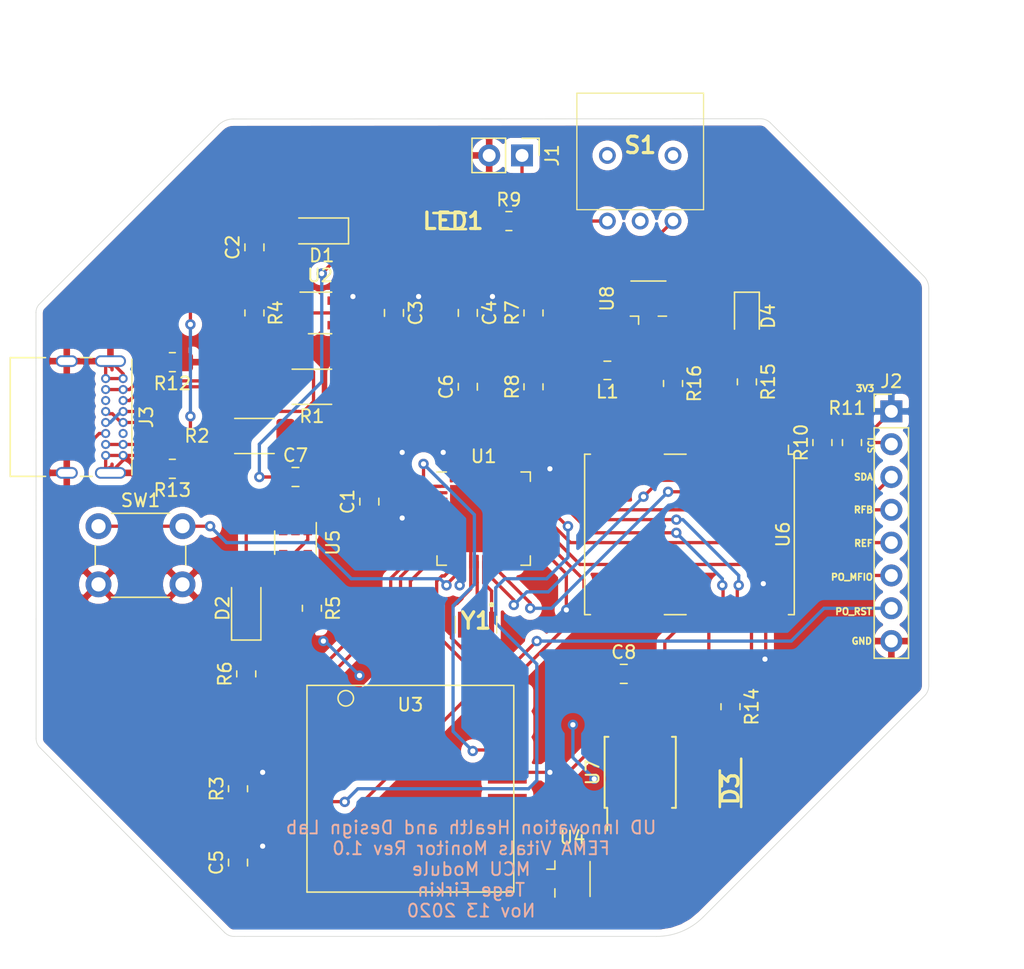
<source format=kicad_pcb>
(kicad_pcb (version 20171130) (host pcbnew "(5.1.7)-1")
  (layers (0 F.Cu signal) (31 B.Cu signal) (34 B.Paste user) (35 F.Paste user) (36 B.SilkS user) (37 F.SilkS user) (38 B.Mask user) (39 F.Mask user) (44 Edge.Cuts user))
  (net 0 "")
  (net 1 GND)
  (net 2 +3V3)
  (net 3 VBUS)
  (net 4 /AREF)
  (net 5 +BATT)
  (net 6 "Net-(D2-Pad1)")
  (net 7 "Net-(J1-Pad1)")
  (net 8 /PO_RST)
  (net 9 /PO_MFIO)
  (net 10 /REF_RES_SET)
  (net 11 /RFB_RES_SET)
  (net 12 /SDA)
  (net 13 /SCL)
  (net 14 "Net-(L1-Pad2)")
  (net 15 "Net-(L1-Pad1)")
  (net 16 /LORA_NSS)
  (net 17 "Net-(R4-Pad2)")
  (net 18 "Net-(R5-Pad1)")
  (net 19 "Net-(S1-PadMH2)")
  (net 20 "Net-(S1-PadMH1)")
  (net 21 "Net-(S1-Pad2)")
  (net 22 /RST)
  (net 23 /A5)
  (net 24 /A4)
  (net 25 /A3)
  (net 26 /A2)
  (net 27 /A1)
  (net 28 /A0)
  (net 29 /13)
  (net 30 /GPS_RX)
  (net 31 /GPS_TX)
  (net 32 /LORA_RST)
  (net 33 "Net-(U1-Pad22)")
  (net 34 /1)
  (net 35 /0)
  (net 36 "Net-(U1-Pad17)")
  (net 37 "Net-(U1-Pad16)")
  (net 38 /MISO)
  (net 39 /MOSI)
  (net 40 /SCK)
  (net 41 "Net-(U1-Pad8)")
  (net 42 /DIO0)
  (net 43 "Net-(U2-Pad4)")
  (net 44 /DIO2)
  (net 45 /DIO1)
  (net 46 /DIO4)
  (net 47 /DIO3)
  (net 48 "Net-(U3-Pad9)")
  (net 49 /DIO5)
  (net 50 "Net-(D3-Pad1)")
  (net 51 "Net-(D4-Pad2)")
  (net 52 "Net-(LED1-Pad2)")
  (net 53 "Net-(J3-PadA7)")
  (net 54 /D-)
  (net 55 "Net-(J3-PadA6)")
  (net 56 /D+)
  (net 57 "Net-(J3-PadA5)")
  (net 58 "Net-(J3-PadB5)")
  (net 59 "Net-(R14-Pad1)")
  (net 60 "Net-(R15-Pad2)")
  (net 61 "Net-(R16-Pad2)")
  (net 62 "/NEO-M8 GPS/SCL")
  (net 63 "/NEO-M8 GPS/SDA")
  (net 64 "Net-(J3-PadB8)")
  (net 65 "Net-(J3-PadA8)")
  (net 66 "Net-(U6-Pad17)")
  (net 67 "Net-(U6-Pad16)")
  (net 68 "Net-(U6-Pad15)")
  (net 69 "Net-(U6-Pad14)")
  (net 70 "Net-(U6-Pad6)")
  (net 71 "Net-(U6-Pad5)")
  (net 72 "Net-(U6-Pad4)")
  (net 73 "Net-(U6-Pad2)")
  (net 74 "Net-(U6-Pad1)")
  (module SamacSys_Parts:AWSCR800CELBC10T3 (layer F.Cu) (at 144.78 102.87 180)
    (fp_text reference Y1 (at 0 0.3) (layer F.SilkS) (effects (font (size 1.27 1.27) (thickness 0.254))))
    (fp_text value 8MHz hide)
    (pad 3 smd rect (at 1.2 0 180) (size 0.4 2) (layers F.Cu F.Paste F.Mask) (net 37 "Net-(U1-Pad16)"))
    (pad 2 smd rect (at 0 0 180) (size 0.4 2) (layers F.Cu F.Paste F.Mask) (net 1 GND))
    (pad 1 smd rect (at -1.2 0 180) (size 0.4 2) (layers F.Cu F.Paste F.Mask) (net 36 "Net-(U1-Pad17)"))
  )
  (module SamacSys_Parts:AS13AH (layer F.Cu) (at 160.02 71.628 180)
    (fp_text reference S1 (at 2.54 5.875) (layer F.SilkS) (effects (font (size 1.27 1.27) (thickness 0.254))))
    (fp_text value AS11AH hide)
    (pad MH2 thru_hole circle (at 5.08 5.08 180) (size 1.3 1.3) (drill 0.8) (layers *.Cu *.Mask) (net 19 "Net-(S1-PadMH2)"))
    (pad MH1 thru_hole circle (at 0 5.08 180) (size 1.3 1.3) (drill 0.8) (layers *.Cu *.Mask) (net 20 "Net-(S1-PadMH1)"))
    (pad 3 thru_hole circle (at 5.08 0 180) (size 1.3 1.3) (drill 0.8) (layers *.Cu *.Mask) (net 7 "Net-(J1-Pad1)"))
    (pad 2 thru_hole circle (at 2.54 0 180) (size 1.3 1.3) (drill 0.8) (layers *.Cu *.Mask) (net 21 "Net-(S1-Pad2)"))
    (pad 1 thru_hole circle (at 0 0 180) (size 1.3 1.3) (drill 0.8) (layers *.Cu *.Mask) (net 5 +BATT))
  )
  (module SamacSys_Parts:LEDM2012X120N (layer F.Cu) (at 143.002 71.628)
    (fp_text reference LED1 (at 0 0) (layer F.SilkS) (effects (font (size 1.27 1.27) (thickness 0.254))))
    (fp_text value APTD2012LSURCK hide)
    (pad 2 smd rect (at 0.95 0 90) (size 1.15 1.3) (layers F.Cu F.Paste F.Mask) (net 52 "Net-(LED1-Pad2)"))
    (pad 1 smd rect (at -0.95 0 90) (size 1.15 1.3) (layers F.Cu F.Paste F.Mask) (net 1 GND))
  )
  (module SamacSys_Parts:SOD3716X120N (layer F.Cu) (at 164.465 115.57 270)
    (fp_text reference D3 (at 0 0 90) (layer F.SilkS) (effects (font (size 1.27 1.27) (thickness 0.254))))
    (fp_text value SM5817PL-TP hide)
    (pad 2 smd rect (at 1.75 0) (size 1.15 1.15) (layers F.Cu F.Paste F.Mask) (net 2 +3V3))
    (pad 1 smd rect (at -1.75 0) (size 1.15 1.15) (layers F.Cu F.Paste F.Mask) (net 50 "Net-(D3-Pad1)"))
  )
  (module RF_GPS:ublox_NEO (layer F.Cu) (at 161.29 95.885 270)
    (fp_text reference U6 (at 0 -7.239 90) (layer F.SilkS))
    (fp_text value NEO-M8)
    (pad 24 smd roundrect (at 6 -7 270) (size 1.8 0.8) (layers F.Cu F.Paste F.Mask) (net 1 GND))
    (pad 23 smd roundrect (at 6 -5.9 270) (size 1.8 0.8) (layers F.Cu F.Paste F.Mask) (net 2 +3V3))
    (pad 22 smd roundrect (at 6 -4.8 270) (size 1.8 0.8) (layers F.Cu F.Paste F.Mask) (net 59 "Net-(R14-Pad1)"))
    (pad 21 smd roundrect (at 6 -3.7 270) (size 1.8 0.8) (layers F.Cu F.Paste F.Mask) (net 30 /GPS_RX))
    (pad 20 smd roundrect (at 6 -2.6 270) (size 1.8 0.8) (layers F.Cu F.Paste F.Mask) (net 31 /GPS_TX))
    (pad 19 smd roundrect (at 6 -1.5 270) (size 1.8 0.8) (layers F.Cu F.Paste F.Mask) (net 62 "/NEO-M8 GPS/SCL"))
    (pad 18 smd roundrect (at 6 -0.4 270) (size 1.8 0.8) (layers F.Cu F.Paste F.Mask) (net 63 "/NEO-M8 GPS/SDA"))
    (pad 17 smd roundrect (at 6 2.6 270) (size 1.8 0.8) (layers F.Cu F.Paste F.Mask) (net 66 "Net-(U6-Pad17)"))
    (pad 16 smd roundrect (at 6 3.7 270) (size 1.8 0.8) (layers F.Cu F.Paste F.Mask) (net 67 "Net-(U6-Pad16)"))
    (pad 15 smd roundrect (at 6 4.8 270) (size 1.8 0.8) (layers F.Cu F.Paste F.Mask) (net 68 "Net-(U6-Pad15)"))
    (pad 14 smd roundrect (at 6 5.9 270) (size 1.8 0.8) (layers F.Cu F.Paste F.Mask) (net 69 "Net-(U6-Pad14)"))
    (pad 13 smd roundrect (at 6 7 270) (size 1.8 0.8) (layers F.Cu F.Paste F.Mask) (net 1 GND))
    (pad 12 smd roundrect (at -6 7 270) (size 1.8 0.8) (layers F.Cu F.Paste F.Mask) (net 1 GND))
    (pad 11 smd roundrect (at -6 5.9 270) (size 1.8 0.8) (layers F.Cu F.Paste F.Mask) (net 14 "Net-(L1-Pad2)"))
    (pad 10 smd roundrect (at -6 4.8 270) (size 1.8 0.8) (layers F.Cu F.Paste F.Mask) (net 1 GND))
    (pad 9 smd roundrect (at -6 3.7 270) (size 1.8 0.8) (layers F.Cu F.Paste F.Mask) (net 61 "Net-(R16-Pad2)"))
    (pad 8 smd roundrect (at -6 2.6 270) (size 1.8 0.8) (layers F.Cu F.Paste F.Mask) (net 61 "Net-(R16-Pad2)"))
    (pad 7 smd roundrect (at -6 -0.4 270) (size 1.8 0.8) (layers F.Cu F.Paste F.Mask) (net 1 GND))
    (pad 6 smd roundrect (at -6 -1.5 270) (size 1.8 0.8) (layers F.Cu F.Paste F.Mask) (net 70 "Net-(U6-Pad6)"))
    (pad 5 smd roundrect (at -6 -2.6 270) (size 1.8 0.8) (layers F.Cu F.Paste F.Mask) (net 71 "Net-(U6-Pad5)"))
    (pad 4 smd roundrect (at -6 -3.7 270) (size 1.8 0.8) (layers F.Cu F.Paste F.Mask) (net 72 "Net-(U6-Pad4)"))
    (pad 3 smd roundrect (at -6 -4.8 270) (size 1.8 0.8) (layers F.Cu F.Paste F.Mask) (net 60 "Net-(R15-Pad2)"))
    (pad 2 smd roundrect (at -6 -5.9 270) (size 1.8 0.8) (layers F.Cu F.Paste F.Mask) (net 73 "Net-(U6-Pad2)"))
    (pad 1 smd roundrect (at -6 -7 270) (size 1.8 0.8) (layers F.Cu F.Paste F.Mask) (net 74 "Net-(U6-Pad1)"))
  )
  (module Resistor_SMD:R_0805_2012Metric_Pad1.20x1.40mm_HandSolder (layer F.Cu) (at 164.465 109.22 270)
    (fp_text reference R14 (at 0 -1.65 90) (layer F.SilkS))
    (fp_text value 1K)
    (pad 2 smd roundrect (at 1 0 270) (size 1.2 1.4) (layers F.Cu F.Paste F.Mask) (roundrect_rratio 0.208333) (net 50 "Net-(D3-Pad1)"))
    (pad 1 smd roundrect (at -1 0 270) (size 1.2 1.4) (layers F.Cu F.Paste F.Mask) (roundrect_rratio 0.208333) (net 59 "Net-(R14-Pad1)"))
  )
  (module Resistor_SMD:R_0805_2012Metric_Pad1.20x1.40mm_HandSolder (layer F.Cu) (at 121.285 90.805 180)
    (fp_text reference R13 (at 0 -1.65) (layer F.SilkS))
    (fp_text value 5.1k)
    (pad 2 smd roundrect (at 1 0 180) (size 1.2 1.4) (layers F.Cu F.Paste F.Mask) (roundrect_rratio 0.208333) (net 58 "Net-(J3-PadB5)"))
    (pad 1 smd roundrect (at -1 0 180) (size 1.2 1.4) (layers F.Cu F.Paste F.Mask) (roundrect_rratio 0.208333) (net 1 GND))
  )
  (module Resistor_SMD:R_0805_2012Metric_Pad1.20x1.40mm_HandSolder (layer F.Cu) (at 121.285 82.55 180)
    (fp_text reference R12 (at 0 -1.65) (layer F.SilkS))
    (fp_text value 5.1k)
    (pad 2 smd roundrect (at 1 0 180) (size 1.2 1.4) (layers F.Cu F.Paste F.Mask) (roundrect_rratio 0.208333) (net 57 "Net-(J3-PadA5)"))
    (pad 1 smd roundrect (at -1 0 180) (size 1.2 1.4) (layers F.Cu F.Paste F.Mask) (roundrect_rratio 0.208333) (net 1 GND))
  )
  (module Connector_USB:USB_C_Receptacle_GCT_USB4085 (layer F.Cu) (at 117.475 83.82 270)
    (fp_text reference J3 (at 2.975 -1.8 90) (layer F.SilkS))
    (fp_text value USB_C_Receptacle_USB2.0)
    (pad S1 thru_hole oval (at 7.3 4.36 270) (size 0.9 1.7) (drill oval 0.6 1.4) (layers *.Cu *.Mask) (net 1 GND))
    (pad S1 thru_hole oval (at -1.35 4.36 270) (size 0.9 1.7) (drill oval 0.6 1.4) (layers *.Cu *.Mask) (net 1 GND))
    (pad S1 thru_hole oval (at 7.3 0.98 270) (size 0.9 2.4) (drill oval 0.6 2.1) (layers *.Cu *.Mask) (net 1 GND))
    (pad S1 thru_hole oval (at -1.35 0.98 270) (size 0.9 2.4) (drill oval 0.6 2.1) (layers *.Cu *.Mask) (net 1 GND))
    (pad B6 thru_hole circle (at 3.4 1.35 270) (size 0.7 0.7) (drill 0.4) (layers *.Cu *.Mask) (net 55 "Net-(J3-PadA6)"))
    (pad B1 thru_hole circle (at 5.95 1.35 270) (size 0.7 0.7) (drill 0.4) (layers *.Cu *.Mask) (net 1 GND))
    (pad B4 thru_hole circle (at 5.1 1.35 270) (size 0.7 0.7) (drill 0.4) (layers *.Cu *.Mask) (net 3 VBUS))
    (pad B5 thru_hole circle (at 4.25 1.35 270) (size 0.7 0.7) (drill 0.4) (layers *.Cu *.Mask) (net 58 "Net-(J3-PadB5)"))
    (pad B12 thru_hole circle (at 0 1.35 270) (size 0.7 0.7) (drill 0.4) (layers *.Cu *.Mask) (net 1 GND))
    (pad B8 thru_hole circle (at 1.7 1.35 270) (size 0.7 0.7) (drill 0.4) (layers *.Cu *.Mask) (net 64 "Net-(J3-PadB8)"))
    (pad B7 thru_hole circle (at 2.55 1.35 270) (size 0.7 0.7) (drill 0.4) (layers *.Cu *.Mask) (net 53 "Net-(J3-PadA7)"))
    (pad B9 thru_hole circle (at 0.85 1.35 270) (size 0.7 0.7) (drill 0.4) (layers *.Cu *.Mask) (net 3 VBUS))
    (pad A12 thru_hole circle (at 5.95 0 270) (size 0.7 0.7) (drill 0.4) (layers *.Cu *.Mask) (net 1 GND))
    (pad A9 thru_hole circle (at 5.1 0 270) (size 0.7 0.7) (drill 0.4) (layers *.Cu *.Mask) (net 3 VBUS))
    (pad A8 thru_hole circle (at 4.25 0 270) (size 0.7 0.7) (drill 0.4) (layers *.Cu *.Mask) (net 65 "Net-(J3-PadA8)"))
    (pad A7 thru_hole circle (at 3.4 0 270) (size 0.7 0.7) (drill 0.4) (layers *.Cu *.Mask) (net 53 "Net-(J3-PadA7)"))
    (pad A6 thru_hole circle (at 2.55 0 270) (size 0.7 0.7) (drill 0.4) (layers *.Cu *.Mask) (net 55 "Net-(J3-PadA6)"))
    (pad A5 thru_hole circle (at 1.7 0 270) (size 0.7 0.7) (drill 0.4) (layers *.Cu *.Mask) (net 57 "Net-(J3-PadA5)"))
    (pad A4 thru_hole circle (at 0.85 0 270) (size 0.7 0.7) (drill 0.4) (layers *.Cu *.Mask) (net 3 VBUS))
    (pad A1 thru_hole circle (at 0 0 270) (size 0.7 0.7) (drill 0.4) (layers *.Cu *.Mask) (net 1 GND))
  )
  (module Connector_Coaxial:U.FL_Hirose_U.FL-R-SMT-1_Vertical (layer F.Cu) (at 158.115 78.105 90)
    (fp_text reference U8 (at 0.475 -3.2 90) (layer F.SilkS))
    (fp_text value uFLConnector)
    (pad 2 smd rect (at 0.475 -1.475 90) (size 2.2 1.05) (layers F.Cu F.Paste F.Mask) (net 1 GND))
    (pad 1 smd rect (at -1.05 0 90) (size 1.05 1) (layers F.Cu F.Paste F.Mask) (net 14 "Net-(L1-Pad2)"))
    (pad 2 smd rect (at 0.475 1.475 90) (size 2.2 1.05) (layers F.Cu F.Paste F.Mask) (net 1 GND))
  )
  (module Resistor_SMD:R_0805_2012Metric_Pad1.20x1.40mm_HandSolder (layer F.Cu) (at 160.02 84.201 270)
    (fp_text reference R16 (at 0 -1.65 90) (layer F.SilkS))
    (fp_text value 22)
    (pad 2 smd roundrect (at 1 0 270) (size 1.2 1.4) (layers F.Cu F.Paste F.Mask) (roundrect_rratio 0.208333) (net 61 "Net-(R16-Pad2)"))
    (pad 1 smd roundrect (at -1 0 270) (size 1.2 1.4) (layers F.Cu F.Paste F.Mask) (roundrect_rratio 0.208333) (net 15 "Net-(L1-Pad1)"))
  )
  (module Resistor_SMD:R_0805_2012Metric_Pad1.20x1.40mm_HandSolder (layer F.Cu) (at 165.735 84.074 270)
    (fp_text reference R15 (at 0 -1.65 90) (layer F.SilkS))
    (fp_text value 1K)
    (pad 2 smd roundrect (at 1 0 270) (size 1.2 1.4) (layers F.Cu F.Paste F.Mask) (roundrect_rratio 0.208333) (net 60 "Net-(R15-Pad2)"))
    (pad 1 smd roundrect (at -1 0 270) (size 1.2 1.4) (layers F.Cu F.Paste F.Mask) (roundrect_rratio 0.208333) (net 51 "Net-(D4-Pad2)"))
  )
  (module Resistor_SMD:R_0805_2012Metric_Pad1.20x1.40mm_HandSolder (layer F.Cu) (at 173.863 88.773 90)
    (fp_text reference R11 (at 2.667 -0.381 180) (layer F.SilkS))
    (fp_text value 4.7k)
    (pad 2 smd roundrect (at 1 0 90) (size 1.2 1.4) (layers F.Cu F.Paste F.Mask) (roundrect_rratio 0.208333) (net 2 +3V3))
    (pad 1 smd roundrect (at -1 0 90) (size 1.2 1.4) (layers F.Cu F.Paste F.Mask) (roundrect_rratio 0.208333) (net 12 /SDA))
  )
  (module Resistor_SMD:R_0805_2012Metric_Pad1.20x1.40mm_HandSolder (layer F.Cu) (at 171.577 88.773 90)
    (fp_text reference R10 (at 0 -1.65 90) (layer F.SilkS))
    (fp_text value 4.7k)
    (pad 2 smd roundrect (at 1 0 90) (size 1.2 1.4) (layers F.Cu F.Paste F.Mask) (roundrect_rratio 0.208333) (net 2 +3V3))
    (pad 1 smd roundrect (at -1 0 90) (size 1.2 1.4) (layers F.Cu F.Paste F.Mask) (roundrect_rratio 0.208333) (net 13 /SCL))
  )
  (module Resistor_SMD:R_0805_2012Metric_Pad1.20x1.40mm_HandSolder (layer F.Cu) (at 147.32 71.628)
    (fp_text reference R9 (at 0 -1.65) (layer F.SilkS))
    (fp_text value 1.47k)
    (pad 2 smd roundrect (at 1 0) (size 1.2 1.4) (layers F.Cu F.Paste F.Mask) (roundrect_rratio 0.208333) (net 7 "Net-(J1-Pad1)"))
    (pad 1 smd roundrect (at -1 0) (size 1.2 1.4) (layers F.Cu F.Paste F.Mask) (roundrect_rratio 0.208333) (net 52 "Net-(LED1-Pad2)"))
  )
  (module Inductor_SMD:L_0805_2012Metric_Pad1.15x1.40mm_HandSolder (layer F.Cu) (at 154.94 83.185 180)
    (fp_text reference L1 (at 0 -1.65) (layer F.SilkS))
    (fp_text value 22uH)
    (pad 2 smd roundrect (at 1.025 0 180) (size 1.15 1.4) (layers F.Cu F.Paste F.Mask) (roundrect_rratio 0.217391) (net 14 "Net-(L1-Pad2)"))
    (pad 1 smd roundrect (at -1.025 0 180) (size 1.15 1.4) (layers F.Cu F.Paste F.Mask) (roundrect_rratio 0.217391) (net 15 "Net-(L1-Pad1)"))
  )
  (module LED_SMD:LED_0805_2012Metric_Pad1.15x1.40mm_HandSolder (layer F.Cu) (at 165.735 78.994 270)
    (fp_text reference D4 (at 0 -1.65 90) (layer F.SilkS))
    (fp_text value FIX)
    (pad 2 smd roundrect (at 1.025 0 270) (size 1.15 1.4) (layers F.Cu F.Paste F.Mask) (roundrect_rratio 0.217391) (net 51 "Net-(D4-Pad2)"))
    (pad 1 smd roundrect (at -1.025 0 270) (size 1.15 1.4) (layers F.Cu F.Paste F.Mask) (roundrect_rratio 0.217391) (net 1 GND))
  )
  (module Capacitor_SMD:C_0805_2012Metric_Pad1.18x1.45mm_HandSolder (layer F.Cu) (at 156.21 106.68)
    (fp_text reference C8 (at 0 -1.68) (layer F.SilkS))
    (fp_text value 0.1uF)
    (pad 2 smd roundrect (at 1.0375 0) (size 1.175 1.45) (layers F.Cu F.Paste F.Mask) (roundrect_rratio 0.212766) (net 1 GND))
    (pad 1 smd roundrect (at -1.0375 0) (size 1.175 1.45) (layers F.Cu F.Paste F.Mask) (roundrect_rratio 0.212766) (net 2 +3V3))
  )
  (module Package_SO:SOIJ-8_5.3x5.3mm_P1.27mm (layer F.Cu) (at 157.48 114.3 90)
    (fp_text reference U7 (at 0 -3.68 90) (layer F.SilkS))
    (fp_text value 24AA32A)
    (pad 8 smd rect (at 3.65 -1.905 90) (size 1.7 0.65) (layers F.Cu F.Paste F.Mask) (net 2 +3V3))
    (pad 7 smd rect (at 3.65 -0.635 90) (size 1.7 0.65) (layers F.Cu F.Paste F.Mask) (net 1 GND))
    (pad 6 smd rect (at 3.65 0.635 90) (size 1.7 0.65) (layers F.Cu F.Paste F.Mask) (net 62 "/NEO-M8 GPS/SCL"))
    (pad 5 smd rect (at 3.65 1.905 90) (size 1.7 0.65) (layers F.Cu F.Paste F.Mask) (net 63 "/NEO-M8 GPS/SDA"))
    (pad 4 smd rect (at -3.65 1.905 90) (size 1.7 0.65) (layers F.Cu F.Paste F.Mask) (net 1 GND))
    (pad 3 smd rect (at -3.65 0.635 90) (size 1.7 0.65) (layers F.Cu F.Paste F.Mask) (net 1 GND))
    (pad 2 smd rect (at -3.65 -0.635 90) (size 1.7 0.65) (layers F.Cu F.Paste F.Mask) (net 1 GND))
    (pad 1 smd rect (at -3.65 -1.905 90) (size 1.7 0.65) (layers F.Cu F.Paste F.Mask) (net 1 GND))
  )
  (module Package_TO_SOT_SMD:SOT-23-5 (layer F.Cu) (at 130.81 96.52 270)
    (fp_text reference U5 (at 0 -2.9 90) (layer F.SilkS))
    (fp_text value MCP73831-2-OT hide)
    (pad 5 smd rect (at 1.1 -0.95 270) (size 1.06 0.65) (layers F.Cu F.Paste F.Mask) (net 18 "Net-(R5-Pad1)"))
    (pad 4 smd rect (at 1.1 0.95 270) (size 1.06 0.65) (layers F.Cu F.Paste F.Mask) (net 3 VBUS))
    (pad 3 smd rect (at -1.1 0.95 270) (size 1.06 0.65) (layers F.Cu F.Paste F.Mask) (net 5 +BATT))
    (pad 2 smd rect (at -1.1 0 270) (size 1.06 0.65) (layers F.Cu F.Paste F.Mask) (net 1 GND))
    (pad 1 smd rect (at -1.1 -0.95 270) (size 1.06 0.65) (layers F.Cu F.Paste F.Mask) (net 3 VBUS))
  )
  (module Connector_Coaxial:U.FL_Hirose_U.FL-R-SMT-1_Vertical (layer F.Cu) (at 151.765 122.555)
    (fp_text reference U4 (at 0.475 -3.2) (layer F.SilkS))
    (fp_text value uFL)
    (pad 2 smd rect (at 0.475 -1.475) (size 2.2 1.05) (layers F.Cu F.Paste F.Mask) (net 1 GND))
    (pad 1 smd rect (at -1.05 0) (size 1.05 1) (layers F.Cu F.Paste F.Mask) (net 48 "Net-(U3-Pad9)"))
    (pad 2 smd rect (at 0.475 1.475) (size 2.2 1.05) (layers F.Cu F.Paste F.Mask) (net 1 GND))
  )
  (module ASAE_LIB_FOOT:RFM69HCW (layer F.Cu) (at 139.7 115.57)
    (fp_text reference U3 (at 0 -6.5) (layer F.SilkS))
    (fp_text value RFM69HCW)
    (pad 16 smd rect (at 7.5 -7) (size 3 1.2) (layers F.Cu F.Paste F.Mask) (net 44 /DIO2))
    (pad 15 smd rect (at 7.5 -5) (size 3 1.2) (layers F.Cu F.Paste F.Mask) (net 45 /DIO1))
    (pad 14 smd rect (at 7.5 -3) (size 3 1.2) (layers F.Cu F.Paste F.Mask) (net 42 /DIO0))
    (pad 13 smd rect (at 7.5 -1) (size 3 1.2) (layers F.Cu F.Paste F.Mask) (net 2 +3V3))
    (pad 12 smd rect (at 7.5 1) (size 3 1.2) (layers F.Cu F.Paste F.Mask) (net 46 /DIO4))
    (pad 11 smd rect (at 7.5 3) (size 3 1.2) (layers F.Cu F.Paste F.Mask) (net 47 /DIO3))
    (pad 10 smd rect (at 7.5 5) (size 3 1.2) (layers F.Cu F.Paste F.Mask) (net 1 GND))
    (pad 9 smd rect (at 7.5 7) (size 3 1.2) (layers F.Cu F.Paste F.Mask) (net 48 "Net-(U3-Pad9)"))
    (pad 8 smd rect (at -7.5 7) (size 3 1.2) (layers F.Cu F.Paste F.Mask) (net 1 GND))
    (pad 7 smd rect (at -7.5 5) (size 3 1.2) (layers F.Cu F.Paste F.Mask) (net 49 /DIO5))
    (pad 6 smd rect (at -7.5 3) (size 3 1.2) (layers F.Cu F.Paste F.Mask) (net 32 /LORA_RST))
    (pad 5 smd rect (at -7.5 1) (size 3 1.2) (layers F.Cu F.Paste F.Mask) (net 16 /LORA_NSS))
    (pad 4 smd rect (at -7.5 -1) (size 3 1.2) (layers F.Cu F.Paste F.Mask) (net 40 /SCK))
    (pad 3 smd rect (at -7.5 -3) (size 3 1.2) (layers F.Cu F.Paste F.Mask) (net 39 /MOSI))
    (pad 2 smd rect (at -7.5 -5) (size 3 1.2) (layers F.Cu F.Paste F.Mask) (net 38 /MISO))
    (pad 1 smd rect (at -7.5 -7) (size 3 1.2) (layers F.Cu F.Paste F.Mask) (net 1 GND))
  )
  (module Package_TO_SOT_SMD:SOT-23-5 (layer F.Cu) (at 132.715 78.74)
    (fp_text reference U2 (at 0 -2.9) (layer F.SilkS))
    (fp_text value AP2112K-3.3)
    (pad 5 smd rect (at 1.1 -0.95) (size 1.06 0.65) (layers F.Cu F.Paste F.Mask) (net 2 +3V3))
    (pad 4 smd rect (at 1.1 0.95) (size 1.06 0.65) (layers F.Cu F.Paste F.Mask) (net 43 "Net-(U2-Pad4)"))
    (pad 3 smd rect (at -1.1 0.95) (size 1.06 0.65) (layers F.Cu F.Paste F.Mask) (net 17 "Net-(R4-Pad2)"))
    (pad 2 smd rect (at -1.1 0) (size 1.06 0.65) (layers F.Cu F.Paste F.Mask) (net 1 GND))
    (pad 1 smd rect (at -1.1 -0.95) (size 1.06 0.65) (layers F.Cu F.Paste F.Mask) (net 3 VBUS))
  )
  (module Package_DFN_QFN:QFN-44-1EP_7x7mm_P0.5mm_EP5.2x5.2mm (layer F.Cu) (at 145.37 94.66)
    (fp_text reference U1 (at 0 -4.82) (layer F.SilkS))
    (fp_text value ATmega32U4-MU)
    (pad 45 smd rect (at 0 0) (size 5.2 5.2) (layers F.Cu F.Mask) (net 1 GND))
    (pad 44 smd roundrect (at -2.5 -3.3375) (size 0.25 1.075) (layers F.Cu F.Paste F.Mask) (net 2 +3V3))
    (pad 43 smd roundrect (at -2 -3.3375) (size 0.25 1.075) (layers F.Cu F.Paste F.Mask) (net 1 GND))
    (pad 42 smd roundrect (at -1.5 -3.3375) (size 0.25 1.075) (layers F.Cu F.Paste F.Mask) (net 4 /AREF))
    (pad 41 smd roundrect (at -1 -3.3375) (size 0.25 1.075) (layers F.Cu F.Paste F.Mask) (net 23 /A5))
    (pad 40 smd roundrect (at -0.5 -3.3375) (size 0.25 1.075) (layers F.Cu F.Paste F.Mask) (net 24 /A4))
    (pad 39 smd roundrect (at 0 -3.3375) (size 0.25 1.075) (layers F.Cu F.Paste F.Mask) (net 25 /A3))
    (pad 38 smd roundrect (at 0.5 -3.3375) (size 0.25 1.075) (layers F.Cu F.Paste F.Mask) (net 26 /A2))
    (pad 37 smd roundrect (at 1 -3.3375) (size 0.25 1.075) (layers F.Cu F.Paste F.Mask) (net 27 /A1))
    (pad 36 smd roundrect (at 1.5 -3.3375) (size 0.25 1.075) (layers F.Cu F.Paste F.Mask) (net 28 /A0))
    (pad 35 smd roundrect (at 2 -3.3375) (size 0.25 1.075) (layers F.Cu F.Paste F.Mask) (net 1 GND))
    (pad 34 smd roundrect (at 2.5 -3.3375) (size 0.25 1.075) (layers F.Cu F.Paste F.Mask) (net 2 +3V3))
    (pad 33 smd roundrect (at 3.3375 -2.5) (size 1.075 0.25) (layers F.Cu F.Paste F.Mask) (net 2 +3V3))
    (pad 32 smd roundrect (at 3.3375 -2) (size 1.075 0.25) (layers F.Cu F.Paste F.Mask) (net 29 /13))
    (pad 31 smd roundrect (at 3.3375 -1.5) (size 1.075 0.25) (layers F.Cu F.Paste F.Mask) (net 11 /RFB_RES_SET))
    (pad 30 smd roundrect (at 3.3375 -1) (size 1.075 0.25) (layers F.Cu F.Paste F.Mask) (net 30 /GPS_RX))
    (pad 29 smd roundrect (at 3.3375 -0.5) (size 1.075 0.25) (layers F.Cu F.Paste F.Mask) (net 31 /GPS_TX))
    (pad 28 smd roundrect (at 3.3375 0) (size 1.075 0.25) (layers F.Cu F.Paste F.Mask) (net 16 /LORA_NSS))
    (pad 27 smd roundrect (at 3.3375 0.5) (size 1.075 0.25) (layers F.Cu F.Paste F.Mask) (net 10 /REF_RES_SET))
    (pad 26 smd roundrect (at 3.3375 1) (size 1.075 0.25) (layers F.Cu F.Paste F.Mask) (net 9 /PO_MFIO))
    (pad 25 smd roundrect (at 3.3375 1.5) (size 1.075 0.25) (layers F.Cu F.Paste F.Mask) (net 32 /LORA_RST))
    (pad 24 smd roundrect (at 3.3375 2) (size 1.075 0.25) (layers F.Cu F.Paste F.Mask) (net 2 +3V3))
    (pad 23 smd roundrect (at 3.3375 2.5) (size 1.075 0.25) (layers F.Cu F.Paste F.Mask) (net 1 GND))
    (pad 22 smd roundrect (at 2.5 3.3375) (size 0.25 1.075) (layers F.Cu F.Paste F.Mask) (net 33 "Net-(U1-Pad22)"))
    (pad 21 smd roundrect (at 2 3.3375) (size 0.25 1.075) (layers F.Cu F.Paste F.Mask) (net 34 /1))
    (pad 20 smd roundrect (at 1.5 3.3375) (size 0.25 1.075) (layers F.Cu F.Paste F.Mask) (net 35 /0))
    (pad 19 smd roundrect (at 1 3.3375) (size 0.25 1.075) (layers F.Cu F.Paste F.Mask) (net 12 /SDA))
    (pad 18 smd roundrect (at 0.5 3.3375) (size 0.25 1.075) (layers F.Cu F.Paste F.Mask) (net 13 /SCL))
    (pad 17 smd roundrect (at 0 3.3375) (size 0.25 1.075) (layers F.Cu F.Paste F.Mask) (net 36 "Net-(U1-Pad17)"))
    (pad 16 smd roundrect (at -0.5 3.3375) (size 0.25 1.075) (layers F.Cu F.Paste F.Mask) (net 37 "Net-(U1-Pad16)"))
    (pad 15 smd roundrect (at -1 3.3375) (size 0.25 1.075) (layers F.Cu F.Paste F.Mask) (net 1 GND))
    (pad 14 smd roundrect (at -1.5 3.3375) (size 0.25 1.075) (layers F.Cu F.Paste F.Mask) (net 2 +3V3))
    (pad 13 smd roundrect (at -2 3.3375) (size 0.25 1.075) (layers F.Cu F.Paste F.Mask) (net 22 /RST))
    (pad 12 smd roundrect (at -2.5 3.3375) (size 0.25 1.075) (layers F.Cu F.Paste F.Mask) (net 8 /PO_RST))
    (pad 11 smd roundrect (at -3.3375 2.5) (size 1.075 0.25) (layers F.Cu F.Paste F.Mask) (net 38 /MISO))
    (pad 10 smd roundrect (at -3.3375 2) (size 1.075 0.25) (layers F.Cu F.Paste F.Mask) (net 39 /MOSI))
    (pad 9 smd roundrect (at -3.3375 1.5) (size 1.075 0.25) (layers F.Cu F.Paste F.Mask) (net 40 /SCK))
    (pad 8 smd roundrect (at -3.3375 1) (size 1.075 0.25) (layers F.Cu F.Paste F.Mask) (net 41 "Net-(U1-Pad8)"))
    (pad 7 smd roundrect (at -3.3375 0.5) (size 1.075 0.25) (layers F.Cu F.Paste F.Mask) (net 3 VBUS))
    (pad 6 smd roundrect (at -3.3375 0) (size 1.075 0.25) (layers F.Cu F.Paste F.Mask) (net 2 +3V3))
    (pad 5 smd roundrect (at -3.3375 -0.5) (size 1.075 0.25) (layers F.Cu F.Paste F.Mask) (net 1 GND))
    (pad 4 smd roundrect (at -3.3375 -1) (size 1.075 0.25) (layers F.Cu F.Paste F.Mask) (net 56 /D+))
    (pad 3 smd roundrect (at -3.3375 -1.5) (size 1.075 0.25) (layers F.Cu F.Paste F.Mask) (net 54 /D-))
    (pad 2 smd roundrect (at -3.3375 -2) (size 1.075 0.25) (layers F.Cu F.Paste F.Mask) (net 2 +3V3))
    (pad 1 smd roundrect (at -3.3375 -2.5) (size 1.075 0.25) (layers F.Cu F.Paste F.Mask) (net 42 /DIO0))
  )
  (module Button_Switch_THT:SW_PUSH_6mm_H7.3mm (layer F.Cu) (at 115.57 95.25)
    (fp_text reference SW1 (at 3.25 -2) (layer F.SilkS))
    (fp_text value SW_DIP_x01)
    (pad 1 thru_hole circle (at 6.5 0 90) (size 2 2) (drill 1.1) (layers *.Cu *.Mask) (net 22 /RST))
    (pad 2 thru_hole circle (at 6.5 4.5 90) (size 2 2) (drill 1.1) (layers *.Cu *.Mask) (net 1 GND))
    (pad 1 thru_hole circle (at 0 0 90) (size 2 2) (drill 1.1) (layers *.Cu *.Mask) (net 22 /RST))
    (pad 2 thru_hole circle (at 0 4.5 90) (size 2 2) (drill 1.1) (layers *.Cu *.Mask) (net 1 GND))
  )
  (module Resistor_SMD:R_0805_2012Metric_Pad1.20x1.40mm_HandSolder (layer F.Cu) (at 149.225 84.455 90)
    (fp_text reference R8 (at 0 -1.65 90) (layer F.SilkS))
    (fp_text value 100K)
    (pad 2 smd roundrect (at 1 0 90) (size 1.2 1.4) (layers F.Cu F.Paste F.Mask) (roundrect_rratio 0.208333) (net 28 /A0))
    (pad 1 smd roundrect (at -1 0 90) (size 1.2 1.4) (layers F.Cu F.Paste F.Mask) (roundrect_rratio 0.208333) (net 1 GND))
  )
  (module Resistor_SMD:R_0805_2012Metric_Pad1.20x1.40mm_HandSolder (layer F.Cu) (at 149.225 78.74 90)
    (fp_text reference R7 (at 0 -1.65 90) (layer F.SilkS))
    (fp_text value 100K)
    (pad 2 smd roundrect (at 1 0 90) (size 1.2 1.4) (layers F.Cu F.Paste F.Mask) (roundrect_rratio 0.208333) (net 5 +BATT))
    (pad 1 smd roundrect (at -1 0 90) (size 1.2 1.4) (layers F.Cu F.Paste F.Mask) (roundrect_rratio 0.208333) (net 28 /A0))
  )
  (module Resistor_SMD:R_0805_2012Metric_Pad1.20x1.40mm_HandSolder (layer F.Cu) (at 127 106.68 90)
    (fp_text reference R6 (at 0 -1.65 90) (layer F.SilkS))
    (fp_text value 1K)
    (pad 2 smd roundrect (at 1 0 90) (size 1.2 1.4) (layers F.Cu F.Paste F.Mask) (roundrect_rratio 0.208333) (net 6 "Net-(D2-Pad1)"))
    (pad 1 smd roundrect (at -1 0 90) (size 1.2 1.4) (layers F.Cu F.Paste F.Mask) (roundrect_rratio 0.208333) (net 1 GND))
  )
  (module Resistor_SMD:R_0805_2012Metric_Pad1.20x1.40mm_HandSolder (layer F.Cu) (at 132.08 101.6 270)
    (fp_text reference R5 (at 0 -1.65 90) (layer F.SilkS))
    (fp_text value 10K)
    (pad 2 smd roundrect (at 1 0 270) (size 1.2 1.4) (layers F.Cu F.Paste F.Mask) (roundrect_rratio 0.208333) (net 1 GND))
    (pad 1 smd roundrect (at -1 0 270) (size 1.2 1.4) (layers F.Cu F.Paste F.Mask) (roundrect_rratio 0.208333) (net 18 "Net-(R5-Pad1)"))
  )
  (module Resistor_SMD:R_0805_2012Metric_Pad1.20x1.40mm_HandSolder (layer F.Cu) (at 127.635 78.74 270)
    (fp_text reference R4 (at 0 -1.65 90) (layer F.SilkS))
    (fp_text value 100K)
    (pad 2 smd roundrect (at 1 0 270) (size 1.2 1.4) (layers F.Cu F.Paste F.Mask) (roundrect_rratio 0.208333) (net 17 "Net-(R4-Pad2)"))
    (pad 1 smd roundrect (at -1 0 270) (size 1.2 1.4) (layers F.Cu F.Paste F.Mask) (roundrect_rratio 0.208333) (net 3 VBUS))
  )
  (module Resistor_SMD:R_0805_2012Metric_Pad1.20x1.40mm_HandSolder (layer F.Cu) (at 126.365 115.57 90)
    (fp_text reference R3 (at 0 -1.65 90) (layer F.SilkS))
    (fp_text value 100K)
    (pad 2 smd roundrect (at 1 0 90) (size 1.2 1.4) (layers F.Cu F.Paste F.Mask) (roundrect_rratio 0.208333) (net 2 +3V3))
    (pad 1 smd roundrect (at -1 0 90) (size 1.2 1.4) (layers F.Cu F.Paste F.Mask) (roundrect_rratio 0.208333) (net 16 /LORA_NSS))
  )
  (module Resistor_SMD:R_2010_5025Metric_Pad1.40x2.65mm_HandSolder (layer F.Cu) (at 127.635 88.265 180)
    (fp_text reference R2 (at 4.445 0) (layer F.SilkS))
    (fp_text value 22)
    (pad 2 smd roundrect (at 2.4 0 180) (size 1.4 2.65) (layers F.Cu F.Paste F.Mask) (roundrect_rratio 0.178571) (net 55 "Net-(J3-PadA6)"))
    (pad 1 smd roundrect (at -2.4 0 180) (size 1.4 2.65) (layers F.Cu F.Paste F.Mask) (roundrect_rratio 0.178571) (net 56 /D+))
  )
  (module Resistor_SMD:R_2010_5025Metric_Pad1.40x2.65mm_HandSolder (layer F.Cu) (at 132.08 84.455 180)
    (fp_text reference R1 (at 0 -2.28) (layer F.SilkS))
    (fp_text value 22)
    (pad 2 smd roundrect (at 2.4 0 180) (size 1.4 2.65) (layers F.Cu F.Paste F.Mask) (roundrect_rratio 0.178571) (net 53 "Net-(J3-PadA7)"))
    (pad 1 smd roundrect (at -2.4 0 180) (size 1.4 2.65) (layers F.Cu F.Paste F.Mask) (roundrect_rratio 0.178571) (net 54 /D-))
  )
  (module Connector_PinHeader_2.54mm:PinHeader_1x08_P2.54mm_Vertical (layer F.Cu) (at 176.911 86.36)
    (fp_text reference J2 (at 0 -2.33) (layer F.SilkS))
    (fp_text value Conn_01x08)
    (pad 8 thru_hole oval (at 0 17.78) (size 1.7 1.7) (drill 1) (layers *.Cu *.Mask) (net 1 GND))
    (pad 7 thru_hole oval (at 0 15.24) (size 1.7 1.7) (drill 1) (layers *.Cu *.Mask) (net 8 /PO_RST))
    (pad 6 thru_hole oval (at 0 12.7) (size 1.7 1.7) (drill 1) (layers *.Cu *.Mask) (net 9 /PO_MFIO))
    (pad 5 thru_hole oval (at 0 10.16) (size 1.7 1.7) (drill 1) (layers *.Cu *.Mask) (net 10 /REF_RES_SET))
    (pad 4 thru_hole oval (at 0 7.62) (size 1.7 1.7) (drill 1) (layers *.Cu *.Mask) (net 11 /RFB_RES_SET))
    (pad 3 thru_hole oval (at 0 5.08) (size 1.7 1.7) (drill 1) (layers *.Cu *.Mask) (net 12 /SDA))
    (pad 2 thru_hole oval (at 0 2.54) (size 1.7 1.7) (drill 1) (layers *.Cu *.Mask) (net 13 /SCL))
    (pad 1 thru_hole rect (at 0 0) (size 1.7 1.7) (drill 1) (layers *.Cu *.Mask) (net 2 +3V3))
  )
  (module Connector_PinHeader_2.54mm:PinHeader_1x02_P2.54mm_Vertical (layer F.Cu) (at 148.336 66.548 270)
    (fp_text reference J1 (at 0 -2.33 90) (layer F.SilkS))
    (fp_text value Battery)
    (pad 2 thru_hole oval (at 0 2.54 270) (size 1.7 1.7) (drill 1) (layers *.Cu *.Mask) (net 1 GND))
    (pad 1 thru_hole rect (at 0 0 270) (size 1.7 1.7) (drill 1) (layers *.Cu *.Mask) (net 7 "Net-(J1-Pad1)"))
  )
  (module LED_SMD:LED_1206_3216Metric_Pad1.42x1.75mm_HandSolder (layer F.Cu) (at 127 101.6 90)
    (fp_text reference D2 (at 0 -1.82 90) (layer F.SilkS))
    (fp_text value LED)
    (pad 2 smd roundrect (at 1.4875 0 90) (size 1.425 1.75) (layers F.Cu F.Paste F.Mask) (roundrect_rratio 0.175439) (net 3 VBUS))
    (pad 1 smd roundrect (at -1.4875 0 90) (size 1.425 1.75) (layers F.Cu F.Paste F.Mask) (roundrect_rratio 0.175439) (net 6 "Net-(D2-Pad1)"))
  )
  (module Diode_SMD:D_SOD-123F (layer F.Cu) (at 132.715 72.39 180)
    (fp_text reference D1 (at -0.127 -1.905) (layer F.SilkS))
    (fp_text value MBR120)
    (pad 2 smd rect (at 1.4 0 180) (size 1.1 1.1) (layers F.Cu F.Paste F.Mask) (net 3 VBUS))
    (pad 1 smd rect (at -1.4 0 180) (size 1.1 1.1) (layers F.Cu F.Paste F.Mask) (net 5 +BATT))
  )
  (module Capacitor_SMD:C_0805_2012Metric_Pad1.18x1.45mm_HandSolder (layer F.Cu) (at 130.81 91.44)
    (fp_text reference C7 (at 0 -1.68) (layer F.SilkS))
    (fp_text value 10uF)
    (pad 2 smd roundrect (at 1.0375 0) (size 1.175 1.45) (layers F.Cu F.Paste F.Mask) (roundrect_rratio 0.212766) (net 1 GND))
    (pad 1 smd roundrect (at -1.0375 0) (size 1.175 1.45) (layers F.Cu F.Paste F.Mask) (roundrect_rratio 0.212766) (net 5 +BATT))
  )
  (module Capacitor_SMD:C_0805_2012Metric_Pad1.18x1.45mm_HandSolder (layer F.Cu) (at 144.145 84.455 90)
    (fp_text reference C6 (at 0 -1.68 90) (layer F.SilkS))
    (fp_text value 1uF)
    (pad 2 smd roundrect (at 1.0375 0 90) (size 1.175 1.45) (layers F.Cu F.Paste F.Mask) (roundrect_rratio 0.212766) (net 1 GND))
    (pad 1 smd roundrect (at -1.0375 0 90) (size 1.175 1.45) (layers F.Cu F.Paste F.Mask) (roundrect_rratio 0.212766) (net 4 /AREF))
  )
  (module Capacitor_SMD:C_0805_2012Metric_Pad1.18x1.45mm_HandSolder (layer F.Cu) (at 126.365 121.285 90)
    (fp_text reference C5 (at 0 -1.68 90) (layer F.SilkS))
    (fp_text value 10uF)
    (pad 2 smd roundrect (at 1.0375 0 90) (size 1.175 1.45) (layers F.Cu F.Paste F.Mask) (roundrect_rratio 0.212766) (net 2 +3V3))
    (pad 1 smd roundrect (at -1.0375 0 90) (size 1.175 1.45) (layers F.Cu F.Paste F.Mask) (roundrect_rratio 0.212766) (net 1 GND))
  )
  (module Capacitor_SMD:C_0805_2012Metric_Pad1.18x1.45mm_HandSolder (layer F.Cu) (at 144.145 78.74 270)
    (fp_text reference C4 (at 0 -1.68 90) (layer F.SilkS))
    (fp_text value 10uF)
    (pad 2 smd roundrect (at 1.0375 0 270) (size 1.175 1.45) (layers F.Cu F.Paste F.Mask) (roundrect_rratio 0.212766) (net 1 GND))
    (pad 1 smd roundrect (at -1.0375 0 270) (size 1.175 1.45) (layers F.Cu F.Paste F.Mask) (roundrect_rratio 0.212766) (net 2 +3V3))
  )
  (module Capacitor_SMD:C_0805_2012Metric_Pad1.18x1.45mm_HandSolder (layer F.Cu) (at 138.43 78.74 270)
    (fp_text reference C3 (at 0 -1.68 90) (layer F.SilkS))
    (fp_text value 10uF)
    (pad 2 smd roundrect (at 1.0375 0 270) (size 1.175 1.45) (layers F.Cu F.Paste F.Mask) (roundrect_rratio 0.212766) (net 1 GND))
    (pad 1 smd roundrect (at -1.0375 0 270) (size 1.175 1.45) (layers F.Cu F.Paste F.Mask) (roundrect_rratio 0.212766) (net 2 +3V3))
  )
  (module Capacitor_SMD:C_0805_2012Metric_Pad1.18x1.45mm_HandSolder (layer F.Cu) (at 127.635 73.66 90)
    (fp_text reference C2 (at 0 -1.68 90) (layer F.SilkS))
    (fp_text value 10uF)
    (pad 2 smd roundrect (at 1.0375 0 90) (size 1.175 1.45) (layers F.Cu F.Paste F.Mask) (roundrect_rratio 0.212766) (net 1 GND))
    (pad 1 smd roundrect (at -1.0375 0 90) (size 1.175 1.45) (layers F.Cu F.Paste F.Mask) (roundrect_rratio 0.212766) (net 3 VBUS))
  )
  (module Capacitor_SMD:C_0805_2012Metric_Pad1.18x1.45mm_HandSolder (layer F.Cu) (at 136.525 93.345 90)
    (fp_text reference C1 (at 0 -1.68 90) (layer F.SilkS))
    (fp_text value 1uF)
    (pad 2 smd roundrect (at 1.0375 0 90) (size 1.175 1.45) (layers F.Cu F.Paste F.Mask) (roundrect_rratio 0.212766) (net 1 GND))
    (pad 1 smd roundrect (at -1.0375 0 90) (size 1.175 1.45) (layers F.Cu F.Paste F.Mask) (roundrect_rratio 0.212766) (net 2 +3V3))
  )
  (gr_text "UD Innovation Health and Design Lab\nFEMA Vitals Monitor Rev 1.0\nMCU Module\nTage Firkin\nNov 13 2020" (at 144.399 121.793) (layer B.SilkS) (effects (font (size 1 1)) (justify mirror)))
  (gr_text 3V3 (at 174.879 84.582) (layer F.SilkS) (effects (font (size 0.508 0.508) (thickness 0.127))))
  (gr_text SCL (at 175.387 88.9 90) (layer F.SilkS) (effects (font (size 0.508 0.508) (thickness 0.127))))
  (gr_text SDA (at 174.752 91.44) (layer F.SilkS) (effects (font (size 0.508 0.508) (thickness 0.127))))
  (gr_text RFB (at 174.752 93.98) (layer F.SilkS) (effects (font (size 0.508 0.508) (thickness 0.127))))
  (gr_text "REF\n" (at 174.752 96.5708) (layer F.SilkS) (effects (font (size 0.508 0.508) (thickness 0.127))))
  (gr_text PO_MFIO (at 173.863 99.187) (layer F.SilkS) (effects (font (size 0.508 0.508) (thickness 0.127))))
  (gr_text PO_RST (at 173.99 101.854) (layer F.SilkS) (effects (font (size 0.508 0.508) (thickness 0.127))))
  (gr_text GND (at 174.625 104.14) (layer F.SilkS) (effects (font (size 0.508 0.508) (thickness 0.127))))
  (gr_line (start 126.873 127) (end 126.0602 127) (layer Edge.Cuts) (width 0.05))
  (gr_line (start 124.4854 125.857) (end 125.323601 126.695199) (layer Edge.Cuts) (width 0.05))
  (gr_arc (start 126.0602 125.9586) (end 125.323601 126.695199) (angle -45) (layer Edge.Cuts) (width 0.05))
  (gr_line (start 111.03414 112.38426) (end 124.4854 125.857) (layer Edge.Cuts) (width 0.05))
  (gr_arc (start 111.7346 111.6838) (end 110.744 111.6838) (angle -45) (layer Edge.Cuts) (width 0.05))
  (gr_line (start 110.744 102.4382) (end 110.744 111.6838) (layer Edge.Cuts) (width 0.05))
  (gr_line (start 110.733365 78.7146) (end 110.744 102.4382) (layer Edge.Cuts) (width 0.05))
  (gr_arc (start 111.7092 78.7146) (end 110.947201 78.105001) (angle -38.65980825) (layer Edge.Cuts) (width 0.05))
  (gr_line (start 111.633 77.4192) (end 110.9472 78.105) (layer Edge.Cuts) (width 0.05))
  (gr_line (start 124.852488 64.197288) (end 111.633 77.4192) (layer Edge.Cuts) (width 0.05))
  (gr_line (start 125.984 63.7286) (end 166.7764 63.70725) (layer Edge.Cuts) (width 0.05))
  (gr_arc (start 125.984 65.3288) (end 125.984 63.7286) (angle -45) (layer Edge.Cuts) (width 0.05))
  (gr_arc (start 166.7764 64.8208) (end 167.563799 64.033401) (angle -45) (layer Edge.Cuts) (width 0.05))
  (gr_line (start 179.412307 75.883093) (end 167.5638 64.0334) (layer Edge.Cuts) (width 0.05))
  (gr_arc (start 178.4604 76.835) (end 179.8066 76.835) (angle -45) (layer Edge.Cuts) (width 0.05))
  (gr_line (start 179.8066 83.8454) (end 179.8066 76.835) (layer Edge.Cuts) (width 0.05))
  (gr_line (start 179.805632 107.479197) (end 179.8066 83.8454) (layer Edge.Cuts) (width 0.05))
  (gr_arc (start 178.6382 107.569) (end 179.527199 108.330999) (angle -45) (layer Edge.Cuts) (width 0.05))
  (gr_line (start 162.342102 125.512102) (end 179.5272 108.331) (layer Edge.Cuts) (width 0.05))
  (gr_arc (start 158.75 121.92) (end 158.75 127) (angle -45) (layer Edge.Cuts) (width 0.05))
  (gr_line (start 158.75 127) (end 126.873 127) (layer Edge.Cuts) (width 0.05))
  (segment (start 144.37 95.66) (end 145.37 94.66) (width 0.254) (layer F.Cu) (net 1))
  (segment (start 144.37 97.9975) (end 144.37 95.66) (width 0.254) (layer F.Cu) (net 1))
  (segment (start 144.87 94.16) (end 145.37 94.66) (width 0.254) (layer F.Cu) (net 1))
  (segment (start 142.0325 94.16) (end 144.87 94.16) (width 0.254) (layer F.Cu) (net 1))
  (segment (start 143.41799 92.70799) (end 145.37 94.66) (width 0.254) (layer F.Cu) (net 1))
  (segment (start 143.41799 91.34799) (end 143.41799 92.70799) (width 0.254) (layer F.Cu) (net 1))
  (segment (start 143.3925 91.3225) (end 143.41799 91.34799) (width 0.254) (layer F.Cu) (net 1))
  (segment (start 143.37 91.3225) (end 143.3925 91.3225) (width 0.254) (layer F.Cu) (net 1))
  (segment (start 147.37 92.66) (end 145.37 94.66) (width 0.254) (layer F.Cu) (net 1))
  (segment (start 147.37 91.3225) (end 147.37 92.66) (width 0.254) (layer F.Cu) (net 1))
  (segment (start 148.7075 97.16) (end 148.119148 97.16) (width 0.254) (layer F.Cu) (net 1))
  (segment (start 145.619148 94.66) (end 145.37 94.66) (width 0.254) (layer F.Cu) (net 1))
  (segment (start 148.119148 97.16) (end 145.619148 94.66) (width 0.254) (layer F.Cu) (net 1))
  (segment (start 142.0325 94.16) (end 139.745933 94.16) (width 0.254) (layer F.Cu) (net 1))
  (segment (start 137.893433 92.3075) (end 136.525 92.3075) (width 0.254) (layer F.Cu) (net 1))
  (segment (start 139.745933 94.16) (end 137.893433 92.3075) (width 0.254) (layer F.Cu) (net 1))
  (segment (start 147.37 87.31) (end 149.225 85.455) (width 0.254) (layer F.Cu) (net 1))
  (segment (start 147.37 91.3225) (end 147.37 87.31) (width 0.254) (layer F.Cu) (net 1))
  (segment (start 131.615 78.74) (end 134.874 78.74) (width 0.254) (layer F.Cu) (net 1))
  (segment (start 135.9115 79.7775) (end 138.43 79.7775) (width 0.254) (layer F.Cu) (net 1))
  (segment (start 134.874 78.74) (end 135.9115 79.7775) (width 0.254) (layer F.Cu) (net 1))
  (segment (start 130.81 95.42) (end 130.81 94.488) (width 0.254) (layer F.Cu) (net 1))
  (segment (start 131.8475 93.4505) (end 131.8475 91.44) (width 0.254) (layer F.Cu) (net 1))
  (segment (start 130.81 94.488) (end 131.8475 93.4505) (width 0.254) (layer F.Cu) (net 1))
  (via (at 152.273 110.617) (size 0.8) (drill 0.4) (layers F.Cu B.Cu) (net 1))
  (via (at 153.924 114.808) (size 0.8) (drill 0.4) (layers F.Cu B.Cu) (net 1))
  (segment (start 152.273 113.157) (end 153.924 114.808) (width 0.254) (layer B.Cu) (net 1))
  (segment (start 152.273 110.617) (end 152.273 113.157) (width 0.254) (layer B.Cu) (net 1))
  (segment (start 122.285 90.805) (end 122.285 90.408) (width 0.254) (layer F.Cu) (net 1))
  (segment (start 121.65499 89.77799) (end 119.13701 89.77799) (width 0.254) (layer F.Cu) (net 1))
  (segment (start 122.285 90.408) (end 121.65499 89.77799) (width 0.254) (layer F.Cu) (net 1))
  (segment (start 119.12902 89.77) (end 117.475 89.77) (width 0.254) (layer F.Cu) (net 1))
  (segment (start 119.13701 89.77799) (end 119.12902 89.77) (width 0.254) (layer F.Cu) (net 1))
  (segment (start 116.125 89.77) (end 117.475 89.77) (width 0.254) (layer F.Cu) (net 1))
  (segment (start 116.125 90.75) (end 116.495 91.12) (width 0.254) (layer F.Cu) (net 1))
  (segment (start 116.125 89.77) (end 116.125 90.75) (width 0.254) (layer F.Cu) (net 1))
  (segment (start 117.475 90.14) (end 116.495 91.12) (width 0.254) (layer F.Cu) (net 1))
  (segment (start 117.475 89.77) (end 117.475 90.14) (width 0.254) (layer F.Cu) (net 1))
  (segment (start 116.125 83.82) (end 117.475 83.82) (width 0.254) (layer F.Cu) (net 1))
  (segment (start 116.125 82.84) (end 116.495 82.47) (width 0.254) (layer F.Cu) (net 1))
  (segment (start 116.125 83.82) (end 116.125 82.84) (width 0.254) (layer F.Cu) (net 1))
  (segment (start 117.475 83.45) (end 116.495 82.47) (width 0.254) (layer F.Cu) (net 1))
  (segment (start 117.475 83.82) (end 117.475 83.45) (width 0.254) (layer F.Cu) (net 1))
  (segment (start 144.78 104.648) (end 144.78 102.87) (width 0.254) (layer F.Cu) (net 1))
  (segment (start 144.526 104.902) (end 144.78 104.648) (width 0.254) (layer F.Cu) (net 1))
  (segment (start 143.891 104.902) (end 144.526 104.902) (width 0.254) (layer F.Cu) (net 1))
  (segment (start 142.875 103.886) (end 143.891 104.902) (width 0.254) (layer F.Cu) (net 1))
  (segment (start 142.875 101.6) (end 142.875 103.886) (width 0.254) (layer F.Cu) (net 1))
  (segment (start 144.37 100.105) (end 142.875 101.6) (width 0.254) (layer F.Cu) (net 1))
  (segment (start 144.37 97.9975) (end 144.37 100.105) (width 0.254) (layer F.Cu) (net 1))
  (via (at 135.763 106.807) (size 0.8) (drill 0.4) (layers F.Cu B.Cu) (net 1))
  (via (at 132.969 104.14) (size 0.8) (drill 0.4) (layers F.Cu B.Cu) (net 1))
  (segment (start 133.096 104.14) (end 132.969 104.14) (width 0.254) (layer B.Cu) (net 1))
  (segment (start 135.763 106.807) (end 133.096 104.14) (width 0.254) (layer B.Cu) (net 1))
  (via (at 167.132 105.537) (size 0.8) (drill 0.4) (layers F.Cu B.Cu) (net 2))
  (via (at 143.51 99.822) (size 0.8) (drill 0.4) (layers F.Cu B.Cu) (net 2))
  (via (at 139.065 89.535) (size 0.8) (drill 0.4) (layers F.Cu B.Cu) (net 2))
  (via (at 167.005 99.695) (size 0.8) (drill 0.4) (layers F.Cu B.Cu) (net 2))
  (via (at 146.05 77.47) (size 0.8) (drill 0.4) (layers F.Cu B.Cu) (net 2))
  (via (at 140.335 77.47) (size 0.8) (drill 0.4) (layers F.Cu B.Cu) (net 2))
  (via (at 135.255 77.47) (size 0.8) (drill 0.4) (layers F.Cu B.Cu) (net 2))
  (via (at 128.27 114.3) (size 0.8) (drill 0.4) (layers F.Cu B.Cu) (net 2))
  (via (at 128.27 120.015) (size 0.8) (drill 0.4) (layers F.Cu B.Cu) (net 2))
  (via (at 150.495 114.3) (size 0.8) (drill 0.4) (layers F.Cu B.Cu) (net 2))
  (via (at 151.765 101.727) (size 0.8) (drill 0.4) (layers F.Cu B.Cu) (net 2))
  (via (at 150.495 90.805) (size 0.8) (drill 0.4) (layers F.Cu B.Cu) (net 2))
  (via (at 142.24 89.535) (size 0.8) (drill 0.4) (layers F.Cu B.Cu) (net 2))
  (segment (start 128.0375 120.2475) (end 128.27 120.015) (width 0.25) (layer F.Cu) (net 2))
  (segment (start 126.365 120.2475) (end 128.0375 120.2475) (width 0.25) (layer F.Cu) (net 2))
  (segment (start 128 114.57) (end 128.27 114.3) (width 0.25) (layer F.Cu) (net 2))
  (segment (start 126.365 114.57) (end 128 114.57) (width 0.25) (layer F.Cu) (net 2))
  (segment (start 147.47 114.3) (end 147.2 114.57) (width 0.25) (layer F.Cu) (net 2))
  (segment (start 150.495 114.3) (end 147.47 114.3) (width 0.25) (layer F.Cu) (net 2))
  (segment (start 167.005 101.7) (end 167.19 101.885) (width 0.25) (layer F.Cu) (net 2))
  (segment (start 167.005 99.695) (end 167.005 101.7) (width 0.25) (layer F.Cu) (net 2))
  (segment (start 149.14 92.16) (end 150.495 90.805) (width 0.25) (layer F.Cu) (net 2))
  (segment (start 148.7075 92.16) (end 149.14 92.16) (width 0.25) (layer F.Cu) (net 2))
  (segment (start 149.9775 91.3225) (end 150.495 90.805) (width 0.25) (layer F.Cu) (net 2))
  (segment (start 147.87 91.3225) (end 149.9775 91.3225) (width 0.25) (layer F.Cu) (net 2))
  (segment (start 142.87 90.165) (end 142.24 89.535) (width 0.25) (layer F.Cu) (net 2))
  (segment (start 142.87 91.3225) (end 142.87 90.165) (width 0.25) (layer F.Cu) (net 2))
  (segment (start 134.935 77.79) (end 135.255 77.47) (width 0.25) (layer F.Cu) (net 2))
  (segment (start 133.815 77.79) (end 134.935 77.79) (width 0.25) (layer F.Cu) (net 2))
  (segment (start 140.1025 77.7025) (end 140.335 77.47) (width 0.25) (layer F.Cu) (net 2))
  (segment (start 138.43 77.7025) (end 140.1025 77.7025) (width 0.25) (layer F.Cu) (net 2))
  (segment (start 145.8175 77.7025) (end 146.05 77.47) (width 0.25) (layer F.Cu) (net 2))
  (segment (start 144.145 77.7025) (end 145.8175 77.7025) (width 0.25) (layer F.Cu) (net 2))
  (segment (start 139.065 90.805) (end 139.065 89.535) (width 0.254) (layer F.Cu) (net 2))
  (segment (start 140.92 92.66) (end 139.065 90.805) (width 0.254) (layer F.Cu) (net 2))
  (segment (start 142.0325 92.66) (end 140.92 92.66) (width 0.254) (layer F.Cu) (net 2))
  (segment (start 155.575 107.0825) (end 155.1725 106.68) (width 0.254) (layer F.Cu) (net 2))
  (segment (start 155.575 110.65) (end 155.575 107.0825) (width 0.254) (layer F.Cu) (net 2))
  (segment (start 143.87 99.462) (end 143.51 99.822) (width 0.254) (layer F.Cu) (net 2))
  (segment (start 143.87 97.9975) (end 143.87 99.462) (width 0.254) (layer F.Cu) (net 2))
  (via (at 139.065 94.615) (size 0.8) (drill 0.4) (layers F.Cu B.Cu) (net 2))
  (segment (start 138.8325 94.3825) (end 139.065 94.615) (width 0.25) (layer F.Cu) (net 2))
  (segment (start 136.525 94.3825) (end 138.8325 94.3825) (width 0.25) (layer F.Cu) (net 2))
  (segment (start 142.0325 94.66) (end 141.015 94.66) (width 0.254) (layer F.Cu) (net 2))
  (segment (start 140.97 94.615) (end 139.065 94.615) (width 0.254) (layer F.Cu) (net 2))
  (segment (start 141.015 94.66) (end 140.97 94.615) (width 0.254) (layer F.Cu) (net 2))
  (segment (start 151.925 114.3) (end 155.575 110.65) (width 0.254) (layer F.Cu) (net 2))
  (segment (start 150.495 114.3) (end 151.925 114.3) (width 0.254) (layer F.Cu) (net 2))
  (segment (start 161.141 117.32) (end 164.465 117.32) (width 0.254) (layer F.Cu) (net 2))
  (segment (start 155.575 111.754) (end 161.141 117.32) (width 0.254) (layer F.Cu) (net 2))
  (segment (start 155.575 110.65) (end 155.575 111.754) (width 0.254) (layer F.Cu) (net 2))
  (segment (start 167.19 105.479) (end 167.132 105.537) (width 0.254) (layer F.Cu) (net 2))
  (segment (start 167.19 101.885) (end 167.19 105.479) (width 0.254) (layer F.Cu) (net 2))
  (segment (start 148.717 96.647) (end 149.479 96.647) (width 0.254) (layer F.Cu) (net 2))
  (segment (start 148.7075 96.6565) (end 148.717 96.647) (width 0.254) (layer F.Cu) (net 2))
  (segment (start 148.7075 96.66) (end 148.7075 96.6565) (width 0.254) (layer F.Cu) (net 2))
  (segment (start 151.765 98.933) (end 151.765 101.727) (width 0.254) (layer F.Cu) (net 2))
  (segment (start 149.479 96.647) (end 151.765 98.933) (width 0.254) (layer F.Cu) (net 2))
  (segment (start 175.498 87.773) (end 173.863 87.773) (width 0.254) (layer F.Cu) (net 2))
  (segment (start 176.911 86.36) (end 175.498 87.773) (width 0.254) (layer F.Cu) (net 2))
  (segment (start 171.577 87.773) (end 173.863 87.773) (width 0.254) (layer F.Cu) (net 2))
  (via (at 122.682 86.741) (size 0.8) (drill 0.4) (layers F.Cu B.Cu) (net 3))
  (via (at 122.682 79.629) (size 0.8) (drill 0.4) (layers F.Cu B.Cu) (net 3))
  (segment (start 127.685 77.79) (end 127.635 77.74) (width 0.25) (layer F.Cu) (net 3))
  (segment (start 131.615 77.79) (end 127.685 77.79) (width 0.25) (layer F.Cu) (net 3))
  (segment (start 127.635 74.6975) (end 127.635 77.74) (width 0.25) (layer F.Cu) (net 3))
  (segment (start 129.0075 74.6975) (end 131.315 72.39) (width 0.25) (layer F.Cu) (net 3))
  (segment (start 127.635 74.6975) (end 129.0075 74.6975) (width 0.25) (layer F.Cu) (net 3))
  (segment (start 127.3675 100.1125) (end 129.86 97.62) (width 0.254) (layer F.Cu) (net 3))
  (segment (start 127 100.1125) (end 127.3675 100.1125) (width 0.254) (layer F.Cu) (net 3))
  (segment (start 131.76 96.299) (end 131.76 95.42) (width 0.254) (layer F.Cu) (net 3))
  (segment (start 130.439 97.62) (end 131.76 96.299) (width 0.254) (layer F.Cu) (net 3))
  (segment (start 129.86 97.62) (end 130.439 97.62) (width 0.254) (layer F.Cu) (net 3))
  (segment (start 133.985 95.25) (end 131.93 95.25) (width 0.254) (layer F.Cu) (net 3))
  (segment (start 134.62 95.885) (end 133.985 95.25) (width 0.254) (layer F.Cu) (net 3))
  (segment (start 139.065 95.885) (end 134.62 95.885) (width 0.254) (layer F.Cu) (net 3))
  (segment (start 131.93 95.25) (end 131.76 95.42) (width 0.254) (layer F.Cu) (net 3))
  (segment (start 139.79 95.16) (end 139.065 95.885) (width 0.254) (layer F.Cu) (net 3))
  (segment (start 142.0325 95.16) (end 139.79 95.16) (width 0.254) (layer F.Cu) (net 3))
  (segment (start 116.125 84.67) (end 117.475 84.67) (width 0.254) (layer F.Cu) (net 3))
  (segment (start 116.125 88.92) (end 117.475 88.92) (width 0.254) (layer F.Cu) (net 3))
  (segment (start 117.969974 84.67) (end 118.999 83.640974) (width 0.254) (layer F.Cu) (net 3))
  (segment (start 117.475 84.67) (end 117.969974 84.67) (width 0.254) (layer F.Cu) (net 3))
  (segment (start 118.999 83.640974) (end 118.999 81.534) (width 0.254) (layer F.Cu) (net 3))
  (segment (start 122.793 77.74) (end 127.635 77.74) (width 0.254) (layer F.Cu) (net 3))
  (segment (start 118.999 81.534) (end 122.793 77.74) (width 0.254) (layer F.Cu) (net 3))
  (segment (start 127 100.1125) (end 127 93.345) (width 0.254) (layer F.Cu) (net 3))
  (segment (start 122.575 88.92) (end 117.475 88.92) (width 0.254) (layer F.Cu) (net 3))
  (segment (start 127 93.345) (end 122.575 88.92) (width 0.254) (layer F.Cu) (net 3))
  (segment (start 122.682 88.813) (end 122.575 88.92) (width 0.254) (layer F.Cu) (net 3))
  (segment (start 122.682 86.741) (end 122.682 88.813) (width 0.254) (layer F.Cu) (net 3))
  (segment (start 122.682 77.851) (end 122.793 77.74) (width 0.254) (layer F.Cu) (net 3))
  (segment (start 122.682 79.629) (end 122.682 77.851) (width 0.254) (layer F.Cu) (net 3))
  (segment (start 122.682 86.741) (end 122.682 79.629) (width 0.254) (layer B.Cu) (net 3))
  (segment (start 143.87 85.7675) (end 143.87 91.3225) (width 0.25) (layer F.Cu) (net 4))
  (segment (start 144.145 85.4925) (end 143.87 85.7675) (width 0.25) (layer F.Cu) (net 4))
  (segment (start 129.86 91.5275) (end 129.7725 91.44) (width 0.254) (layer F.Cu) (net 5))
  (segment (start 129.86 95.42) (end 129.86 91.5275) (width 0.254) (layer F.Cu) (net 5))
  (segment (start 160.02 71.628) (end 156.972 74.676) (width 0.254) (layer F.Cu) (net 5))
  (segment (start 152.289 74.676) (end 149.225 77.74) (width 0.254) (layer F.Cu) (net 5))
  (segment (start 156.972 74.676) (end 152.289 74.676) (width 0.254) (layer F.Cu) (net 5))
  (segment (start 134.115 72.39) (end 139.954 72.39) (width 0.254) (layer F.Cu) (net 5))
  (segment (start 139.954 72.39) (end 143.256 75.692) (width 0.254) (layer F.Cu) (net 5))
  (segment (start 147.177 75.692) (end 149.225 77.74) (width 0.254) (layer F.Cu) (net 5))
  (segment (start 143.256 75.692) (end 147.177 75.692) (width 0.254) (layer F.Cu) (net 5))
  (segment (start 128.016 91.44) (end 128.016 88.9) (width 0.254) (layer B.Cu) (net 5))
  (segment (start 128.016 88.9) (end 132.842 84.074) (width 0.254) (layer B.Cu) (net 5))
  (segment (start 134.115 72.39) (end 134.115 74.419) (width 0.254) (layer F.Cu) (net 5))
  (segment (start 134.115 74.419) (end 132.842 75.692) (width 0.254) (layer F.Cu) (net 5))
  (segment (start 129.7725 91.44) (end 128.016 91.44) (width 0.254) (layer F.Cu) (net 5))
  (via (at 128.016 91.44) (size 0.8) (drill 0.4) (layers F.Cu B.Cu) (net 5))
  (via (at 132.842 75.692) (size 0.8) (drill 0.4) (layers F.Cu B.Cu) (net 5))
  (segment (start 132.842 84.074) (end 132.842 75.692) (width 0.254) (layer B.Cu) (net 5))
  (segment (start 127 105.68) (end 127 103.0875) (width 0.254) (layer F.Cu) (net 6))
  (segment (start 154.94 71.628) (end 148.336 71.628) (width 0.254) (layer F.Cu) (net 7))
  (segment (start 148.336 71.612) (end 148.32 71.628) (width 0.254) (layer F.Cu) (net 7))
  (segment (start 148.336 66.548) (end 148.336 71.612) (width 0.254) (layer F.Cu) (net 7))
  (via (at 149.479 104.14) (size 0.8) (drill 0.4) (layers F.Cu B.Cu) (net 8))
  (segment (start 174.625 101.6) (end 171.704 101.6) (width 0.254) (layer B.Cu) (net 8))
  (segment (start 171.704 101.6) (end 169.164 104.14) (width 0.254) (layer B.Cu) (net 8))
  (segment (start 169.164 104.14) (end 149.479 104.14) (width 0.254) (layer B.Cu) (net 8))
  (segment (start 147.955 105.664) (end 149.479 104.14) (width 0.254) (layer F.Cu) (net 8))
  (segment (start 143.764 105.664) (end 147.955 105.664) (width 0.254) (layer F.Cu) (net 8))
  (segment (start 141.732 103.632) (end 143.764 105.664) (width 0.254) (layer F.Cu) (net 8))
  (segment (start 141.732 99.508038) (end 141.732 103.632) (width 0.254) (layer F.Cu) (net 8))
  (segment (start 142.145039 99.094999) (end 141.732 99.508038) (width 0.254) (layer F.Cu) (net 8))
  (segment (start 142.332001 99.094999) (end 142.145039 99.094999) (width 0.254) (layer F.Cu) (net 8))
  (segment (start 142.87 98.557) (end 142.332001 99.094999) (width 0.254) (layer F.Cu) (net 8))
  (segment (start 142.87 97.9975) (end 142.87 98.557) (width 0.254) (layer F.Cu) (net 8))
  (segment (start 174.625 101.6) (end 176.911 101.6) (width 0.254) (layer B.Cu) (net 8))
  (segment (start 173.775001 98.210001) (end 152.820001 98.210001) (width 0.254) (layer F.Cu) (net 9))
  (segment (start 174.625 99.06) (end 173.775001 98.210001) (width 0.254) (layer F.Cu) (net 9))
  (segment (start 150.27 95.66) (end 148.7075 95.66) (width 0.254) (layer F.Cu) (net 9))
  (segment (start 152.820001 98.210001) (end 150.27 95.66) (width 0.254) (layer F.Cu) (net 9))
  (segment (start 174.625 99.06) (end 176.911 99.06) (width 0.254) (layer F.Cu) (net 9))
  (segment (start 150.726038 95.16) (end 152.086038 96.52) (width 0.254) (layer F.Cu) (net 10))
  (segment (start 148.7075 95.16) (end 150.726038 95.16) (width 0.254) (layer F.Cu) (net 10))
  (segment (start 152.086038 96.52) (end 174.625 96.52) (width 0.254) (layer F.Cu) (net 10))
  (segment (start 174.625 96.52) (end 176.911 96.52) (width 0.254) (layer F.Cu) (net 10))
  (segment (start 148.7075 93.16) (end 153.612 93.16) (width 0.254) (layer F.Cu) (net 11))
  (segment (start 153.612 93.16) (end 154.432 93.98) (width 0.254) (layer F.Cu) (net 11))
  (segment (start 154.432 93.98) (end 174.625 93.98) (width 0.254) (layer F.Cu) (net 11))
  (segment (start 174.625 93.98) (end 176.911 93.98) (width 0.254) (layer F.Cu) (net 11))
  (via (at 148.971 101.6) (size 0.8) (drill 0.4) (layers F.Cu B.Cu) (net 12))
  (segment (start 148.971 101.186852) (end 148.971 101.6) (width 0.254) (layer F.Cu) (net 12))
  (segment (start 146.37 98.585852) (end 148.971 101.186852) (width 0.254) (layer F.Cu) (net 12))
  (segment (start 146.37 97.9975) (end 146.37 98.585852) (width 0.254) (layer F.Cu) (net 12))
  (segment (start 150.622 101.6) (end 159.639 92.583) (width 0.254) (layer B.Cu) (net 12))
  (segment (start 148.971 101.6) (end 150.622 101.6) (width 0.254) (layer B.Cu) (net 12))
  (segment (start 173.863 91.313) (end 173.863 89.773) (width 0.254) (layer F.Cu) (net 12))
  (via (at 159.639 92.583) (size 0.8) (drill 0.4) (layers F.Cu B.Cu) (net 12))
  (segment (start 175.768 92.583) (end 176.911 91.44) (width 0.254) (layer F.Cu) (net 12))
  (segment (start 172.593 92.583) (end 173.863 91.313) (width 0.254) (layer F.Cu) (net 12))
  (segment (start 172.339 92.583) (end 172.593 92.583) (width 0.254) (layer F.Cu) (net 12))
  (segment (start 159.639 92.583) (end 172.339 92.583) (width 0.254) (layer F.Cu) (net 12))
  (segment (start 172.339 92.583) (end 175.768 92.583) (width 0.254) (layer F.Cu) (net 12))
  (segment (start 145.87 97.9975) (end 145.87 99.134) (width 0.254) (layer F.Cu) (net 13))
  (segment (start 150.368 100.33) (end 157.734 92.964) (width 0.254) (layer B.Cu) (net 13))
  (via (at 147.701 101.346) (size 0.8) (drill 0.4) (layers F.Cu B.Cu) (net 13))
  (segment (start 147.701 100.965) (end 147.701 101.346) (width 0.254) (layer F.Cu) (net 13))
  (segment (start 145.87 99.134) (end 147.701 100.965) (width 0.254) (layer F.Cu) (net 13))
  (segment (start 147.701 101.346) (end 148.717 100.33) (width 0.254) (layer B.Cu) (net 13))
  (segment (start 148.717 100.33) (end 150.368 100.33) (width 0.254) (layer B.Cu) (net 13))
  (segment (start 171.577 91.313) (end 171.577 89.773) (width 0.254) (layer F.Cu) (net 13))
  (via (at 157.734 92.964) (size 0.8) (drill 0.4) (layers F.Cu B.Cu) (net 13))
  (segment (start 157.734 92.964) (end 159.004 91.694) (width 0.254) (layer F.Cu) (net 13))
  (segment (start 171.196 91.694) (end 171.577 91.313) (width 0.254) (layer F.Cu) (net 13))
  (segment (start 159.004 91.694) (end 171.196 91.694) (width 0.254) (layer F.Cu) (net 13))
  (segment (start 171.577 89.773) (end 171.593 89.773) (width 0.254) (layer F.Cu) (net 13))
  (segment (start 171.593 89.773) (end 172.593 88.773) (width 0.254) (layer F.Cu) (net 13))
  (segment (start 176.784 88.773) (end 176.911 88.9) (width 0.254) (layer F.Cu) (net 13))
  (segment (start 172.593 88.773) (end 176.784 88.773) (width 0.254) (layer F.Cu) (net 13))
  (segment (start 153.915 83.185) (end 153.915 82.94) (width 0.254) (layer F.Cu) (net 14))
  (segment (start 157.7 79.155) (end 158.115 79.155) (width 0.254) (layer F.Cu) (net 14))
  (segment (start 153.915 82.94) (end 157.7 79.155) (width 0.254) (layer F.Cu) (net 14))
  (segment (start 153.915 83.185) (end 153.915 84.7) (width 0.254) (layer F.Cu) (net 14))
  (segment (start 155.39 86.175) (end 155.39 89.885) (width 0.254) (layer F.Cu) (net 14))
  (segment (start 153.915 84.7) (end 155.39 86.175) (width 0.254) (layer F.Cu) (net 14))
  (segment (start 160.004 83.185) (end 160.02 83.201) (width 0.254) (layer F.Cu) (net 15))
  (segment (start 155.965 83.185) (end 160.004 83.185) (width 0.254) (layer F.Cu) (net 15))
  (via (at 134.62 116.586) (size 0.8) (drill 0.4) (layers F.Cu B.Cu) (net 16))
  (via (at 151.892 95.25) (size 0.8) (drill 0.4) (layers F.Cu B.Cu) (net 16))
  (segment (start 126.365 116.57) (end 132.2 116.57) (width 0.254) (layer F.Cu) (net 16))
  (segment (start 151.242038 94.66) (end 151.832038 95.25) (width 0.254) (layer F.Cu) (net 16))
  (segment (start 151.832038 95.25) (end 151.892 95.25) (width 0.254) (layer F.Cu) (net 16))
  (segment (start 148.7075 94.66) (end 151.242038 94.66) (width 0.254) (layer F.Cu) (net 16))
  (segment (start 151.892 95.25) (end 151.892 97.663) (width 0.254) (layer B.Cu) (net 16))
  (segment (start 151.892 97.663) (end 150.241 99.314) (width 0.254) (layer B.Cu) (net 16))
  (segment (start 147.006038 99.314) (end 146.304 100.016038) (width 0.254) (layer B.Cu) (net 16))
  (segment (start 150.241 99.314) (end 147.006038 99.314) (width 0.254) (layer B.Cu) (net 16))
  (segment (start 146.304 102.743) (end 149.479 105.918) (width 0.254) (layer B.Cu) (net 16))
  (segment (start 146.304 100.016038) (end 146.304 102.743) (width 0.254) (layer B.Cu) (net 16))
  (segment (start 149.479 105.918) (end 149.479 114.935) (width 0.254) (layer B.Cu) (net 16))
  (segment (start 149.479 114.935) (end 148.844 115.57) (width 0.254) (layer B.Cu) (net 16))
  (segment (start 135.636 115.57) (end 134.62 116.586) (width 0.254) (layer B.Cu) (net 16))
  (segment (start 148.844 115.57) (end 135.636 115.57) (width 0.254) (layer B.Cu) (net 16))
  (segment (start 134.604 116.57) (end 134.62 116.586) (width 0.254) (layer F.Cu) (net 16))
  (segment (start 132.2 116.57) (end 134.604 116.57) (width 0.254) (layer F.Cu) (net 16))
  (segment (start 131.565 79.74) (end 131.615 79.69) (width 0.25) (layer F.Cu) (net 17))
  (segment (start 127.635 79.74) (end 131.565 79.74) (width 0.25) (layer F.Cu) (net 17))
  (segment (start 131.76 97.62) (end 131.91 97.62) (width 0.254) (layer F.Cu) (net 18))
  (segment (start 131.76 100.28) (end 132.08 100.6) (width 0.254) (layer F.Cu) (net 18))
  (segment (start 131.76 97.62) (end 131.76 100.28) (width 0.254) (layer F.Cu) (net 18))
  (via (at 124.206 95.25) (size 0.8) (drill 0.4) (layers F.Cu B.Cu) (net 22))
  (via (at 142.494 99.822) (size 0.8) (drill 0.4) (layers F.Cu B.Cu) (net 22))
  (segment (start 142.494 99.762038) (end 142.494 99.822) (width 0.254) (layer F.Cu) (net 22))
  (segment (start 143.37 98.886038) (end 142.494 99.762038) (width 0.254) (layer F.Cu) (net 22))
  (segment (start 143.37 97.9975) (end 143.37 98.886038) (width 0.254) (layer F.Cu) (net 22))
  (segment (start 124.206 95.25) (end 122.07 95.25) (width 0.254) (layer F.Cu) (net 22))
  (segment (start 115.57 95.25) (end 122.07 95.25) (width 0.254) (layer F.Cu) (net 22))
  (segment (start 142.494 99.822) (end 141.986 99.314) (width 0.254) (layer B.Cu) (net 22))
  (segment (start 141.986 99.314) (end 135.128 99.314) (width 0.254) (layer B.Cu) (net 22))
  (segment (start 135.128 99.314) (end 132.334 96.52) (width 0.254) (layer B.Cu) (net 22))
  (segment (start 125.476 96.52) (end 124.206 95.25) (width 0.254) (layer B.Cu) (net 22))
  (segment (start 132.334 96.52) (end 125.476 96.52) (width 0.254) (layer B.Cu) (net 22))
  (segment (start 149.225 79.74) (end 149.225 83.455) (width 0.25) (layer F.Cu) (net 28))
  (segment (start 146.87 85.81) (end 149.225 83.455) (width 0.25) (layer F.Cu) (net 28))
  (segment (start 146.87 91.3225) (end 146.87 85.81) (width 0.25) (layer F.Cu) (net 28))
  (via (at 165.1 99.822) (size 0.8) (drill 0.4) (layers F.Cu B.Cu) (net 30))
  (via (at 160.274 94.742) (size 0.8) (drill 0.4) (layers F.Cu B.Cu) (net 30))
  (segment (start 164.99 99.932) (end 165.1 99.822) (width 0.254) (layer F.Cu) (net 30))
  (segment (start 164.99 101.885) (end 164.99 99.932) (width 0.254) (layer F.Cu) (net 30))
  (segment (start 148.7075 93.66) (end 152.588 93.66) (width 0.254) (layer F.Cu) (net 30))
  (segment (start 153.67 94.742) (end 160.274 94.742) (width 0.254) (layer F.Cu) (net 30))
  (segment (start 152.588 93.66) (end 153.67 94.742) (width 0.254) (layer F.Cu) (net 30))
  (segment (start 160.274 94.742) (end 160.782 94.742) (width 0.254) (layer B.Cu) (net 30))
  (segment (start 165.1 99.06) (end 165.1 99.822) (width 0.254) (layer B.Cu) (net 30))
  (segment (start 160.782 94.742) (end 165.1 99.06) (width 0.254) (layer B.Cu) (net 30))
  (via (at 163.83 99.822) (size 0.8) (drill 0.4) (layers F.Cu B.Cu) (net 31))
  (via (at 160.274 95.758) (size 0.8) (drill 0.4) (layers F.Cu B.Cu) (net 31))
  (segment (start 163.89 99.882) (end 163.83 99.822) (width 0.254) (layer F.Cu) (net 31))
  (segment (start 163.89 101.885) (end 163.89 99.882) (width 0.254) (layer F.Cu) (net 31))
  (segment (start 163.83 99.822) (end 163.83 99.568) (width 0.254) (layer B.Cu) (net 31))
  (segment (start 148.7075 94.16) (end 152.072 94.16) (width 0.254) (layer F.Cu) (net 31))
  (segment (start 153.67 95.758) (end 160.274 95.758) (width 0.254) (layer F.Cu) (net 31))
  (segment (start 152.072 94.16) (end 153.67 95.758) (width 0.254) (layer F.Cu) (net 31))
  (segment (start 163.83 99.314) (end 163.83 99.822) (width 0.254) (layer B.Cu) (net 31))
  (segment (start 160.274 95.758) (end 163.83 99.314) (width 0.254) (layer B.Cu) (net 31))
  (segment (start 149.881 96.16) (end 148.7075 96.16) (width 0.254) (layer F.Cu) (net 32))
  (segment (start 153.127001 99.406001) (end 149.881 96.16) (width 0.254) (layer F.Cu) (net 32))
  (segment (start 147.955 106.807) (end 153.127001 101.634999) (width 0.254) (layer F.Cu) (net 32))
  (segment (start 153.127001 101.634999) (end 153.127001 99.406001) (width 0.254) (layer F.Cu) (net 32))
  (segment (start 145.796 106.807) (end 147.955 106.807) (width 0.254) (layer F.Cu) (net 32))
  (segment (start 134.033 118.57) (end 145.796 106.807) (width 0.254) (layer F.Cu) (net 32))
  (segment (start 132.2 118.57) (end 134.033 118.57) (width 0.254) (layer F.Cu) (net 32))
  (segment (start 145.37 99.65) (end 145.37 97.9975) (width 0.254) (layer F.Cu) (net 36))
  (segment (start 145.98 100.26) (end 145.37 99.65) (width 0.254) (layer F.Cu) (net 36))
  (segment (start 145.98 102.87) (end 145.98 100.26) (width 0.254) (layer F.Cu) (net 36))
  (segment (start 144.87 99.605) (end 144.87 97.9975) (width 0.254) (layer F.Cu) (net 37))
  (segment (start 143.58 102.87) (end 143.58 102.038) (width 0.254) (layer F.Cu) (net 37))
  (segment (start 144.87 100.748) (end 144.87 99.605) (width 0.254) (layer F.Cu) (net 37))
  (segment (start 143.58 102.038) (end 144.87 100.748) (width 0.254) (layer F.Cu) (net 37))
  (segment (start 133.954 110.57) (end 139.7 104.824) (width 0.254) (layer F.Cu) (net 38))
  (segment (start 132.2 110.57) (end 133.954 110.57) (width 0.254) (layer F.Cu) (net 38))
  (segment (start 139.7 99.4925) (end 142.0325 97.16) (width 0.254) (layer F.Cu) (net 38))
  (segment (start 139.7 104.824) (end 139.7 99.4925) (width 0.254) (layer F.Cu) (net 38))
  (segment (start 141.444148 96.66) (end 138.938 99.166148) (width 0.254) (layer F.Cu) (net 39))
  (segment (start 142.0325 96.66) (end 141.444148 96.66) (width 0.254) (layer F.Cu) (net 39))
  (segment (start 138.938 99.166148) (end 138.938 101.346) (width 0.254) (layer F.Cu) (net 39))
  (segment (start 138.938 101.346) (end 133.35 106.934) (width 0.254) (layer F.Cu) (net 39))
  (segment (start 133.35 106.934) (end 130.302 106.934) (width 0.254) (layer F.Cu) (net 39))
  (segment (start 130.302 106.934) (end 129.54 107.696) (width 0.254) (layer F.Cu) (net 39))
  (segment (start 130.446 112.57) (end 132.2 112.57) (width 0.254) (layer F.Cu) (net 39))
  (segment (start 129.54 111.664) (end 130.446 112.57) (width 0.254) (layer F.Cu) (net 39))
  (segment (start 129.54 107.696) (end 129.54 111.664) (width 0.254) (layer F.Cu) (net 39))
  (segment (start 141.302082 96.16) (end 142.0325 96.16) (width 0.254) (layer F.Cu) (net 40))
  (segment (start 138.176 99.286082) (end 141.302082 96.16) (width 0.254) (layer F.Cu) (net 40))
  (segment (start 133.096 105.918) (end 138.176 100.838) (width 0.254) (layer F.Cu) (net 40))
  (segment (start 138.176 100.838) (end 138.176 99.286082) (width 0.254) (layer F.Cu) (net 40))
  (segment (start 130.302 105.918) (end 133.096 105.918) (width 0.254) (layer F.Cu) (net 40))
  (segment (start 128.778 107.442) (end 130.302 105.918) (width 0.254) (layer F.Cu) (net 40))
  (segment (start 131.334 114.57) (end 128.778 112.014) (width 0.254) (layer F.Cu) (net 40))
  (segment (start 128.778 112.014) (end 128.778 107.442) (width 0.254) (layer F.Cu) (net 40))
  (segment (start 132.2 114.57) (end 131.334 114.57) (width 0.254) (layer F.Cu) (net 40))
  (via (at 144.526 112.649) (size 0.8) (drill 0.4) (layers F.Cu B.Cu) (net 42))
  (via (at 140.716 90.424) (size 0.8) (drill 0.4) (layers F.Cu B.Cu) (net 42))
  (segment (start 142.0325 92.16) (end 141.062066 92.16) (width 0.254) (layer F.Cu) (net 42))
  (segment (start 140.716 91.813934) (end 140.716 90.424) (width 0.254) (layer F.Cu) (net 42))
  (segment (start 141.062066 92.16) (end 140.716 91.813934) (width 0.254) (layer F.Cu) (net 42))
  (segment (start 144.605 112.57) (end 144.526 112.649) (width 0.254) (layer F.Cu) (net 42))
  (segment (start 147.2 112.57) (end 144.605 112.57) (width 0.254) (layer F.Cu) (net 42))
  (segment (start 140.716 90.424) (end 144.653 94.361) (width 0.254) (layer B.Cu) (net 42))
  (segment (start 144.653 99.754962) (end 143.002 101.405962) (width 0.254) (layer B.Cu) (net 42))
  (segment (start 144.653 94.361) (end 144.653 99.754962) (width 0.254) (layer B.Cu) (net 42))
  (segment (start 143.002 111.125) (end 144.526 112.649) (width 0.254) (layer B.Cu) (net 42))
  (segment (start 143.002 101.405962) (end 143.002 111.125) (width 0.254) (layer B.Cu) (net 42))
  (segment (start 147.215 122.555) (end 147.2 122.57) (width 0.254) (layer F.Cu) (net 48))
  (segment (start 150.715 122.555) (end 147.215 122.555) (width 0.254) (layer F.Cu) (net 48))
  (segment (start 164.465 113.82) (end 164.465 110.22) (width 0.254) (layer F.Cu) (net 50))
  (segment (start 165.735 83.09) (end 165.735 80.01) (width 0.254) (layer F.Cu) (net 51))
  (segment (start 143.952 71.628) (end 146.32 71.628) (width 0.254) (layer F.Cu) (net 52))
  (segment (start 117.475 87.22) (end 119.028 87.22) (width 0.254) (layer F.Cu) (net 53))
  (segment (start 121.793 84.455) (end 129.68 84.455) (width 0.254) (layer F.Cu) (net 53))
  (segment (start 119.028 87.22) (end 121.793 84.455) (width 0.254) (layer F.Cu) (net 53))
  (segment (start 117.323038 87.22) (end 117.475 87.22) (width 0.254) (layer F.Cu) (net 53))
  (segment (start 116.646037 86.542999) (end 117.323038 87.22) (width 0.254) (layer F.Cu) (net 53))
  (segment (start 116.133999 86.542999) (end 116.646037 86.542999) (width 0.254) (layer F.Cu) (net 53))
  (segment (start 116.125 86.534) (end 116.133999 86.542999) (width 0.254) (layer F.Cu) (net 53))
  (segment (start 116.125 86.37) (end 116.125 86.534) (width 0.254) (layer F.Cu) (net 53))
  (segment (start 140.030065 93.16) (end 142.0325 93.16) (width 0.254) (layer F.Cu) (net 54))
  (segment (start 134.48 87.609935) (end 140.030065 93.16) (width 0.254) (layer F.Cu) (net 54))
  (segment (start 134.48 84.455) (end 134.48 87.609935) (width 0.254) (layer F.Cu) (net 54))
  (segment (start 127.14 86.36) (end 125.235 88.265) (width 0.254) (layer F.Cu) (net 55))
  (segment (start 131.445 86.36) (end 127.14 86.36) (width 0.254) (layer F.Cu) (net 55))
  (segment (start 132.207 85.598) (end 131.445 86.36) (width 0.254) (layer F.Cu) (net 55))
  (segment (start 130.937 82.042) (end 132.207 83.312) (width 0.254) (layer F.Cu) (net 55))
  (segment (start 128.651 82.042) (end 130.937 82.042) (width 0.254) (layer F.Cu) (net 55))
  (segment (start 126.69201 84.00099) (end 128.651 82.042) (width 0.254) (layer F.Cu) (net 55))
  (segment (start 121.604943 84.00099) (end 126.69201 84.00099) (width 0.254) (layer F.Cu) (net 55))
  (segment (start 132.207 83.312) (end 132.207 85.598) (width 0.254) (layer F.Cu) (net 55))
  (segment (start 119.235933 86.37) (end 121.604943 84.00099) (width 0.254) (layer F.Cu) (net 55))
  (segment (start 117.475 86.37) (end 119.235933 86.37) (width 0.254) (layer F.Cu) (net 55))
  (segment (start 117.302001 86.542999) (end 117.475 86.37) (width 0.254) (layer B.Cu) (net 55))
  (segment (start 117.150039 86.542999) (end 117.302001 86.542999) (width 0.254) (layer B.Cu) (net 55))
  (segment (start 116.473038 87.22) (end 117.150039 86.542999) (width 0.254) (layer B.Cu) (net 55))
  (segment (start 116.125 87.22) (end 116.473038 87.22) (width 0.254) (layer B.Cu) (net 55))
  (segment (start 130.035 88.265) (end 134.492999 88.265) (width 0.254) (layer F.Cu) (net 56))
  (segment (start 139.887999 93.66) (end 142.0325 93.66) (width 0.254) (layer F.Cu) (net 56))
  (segment (start 134.492999 88.265) (end 139.887999 93.66) (width 0.254) (layer F.Cu) (net 56))
  (segment (start 120.285 83.204974) (end 120.285 82.55) (width 0.254) (layer F.Cu) (net 57))
  (segment (start 117.969974 85.52) (end 120.285 83.204974) (width 0.254) (layer F.Cu) (net 57))
  (segment (start 117.475 85.52) (end 117.969974 85.52) (width 0.254) (layer F.Cu) (net 57))
  (segment (start 120.285 90.805) (end 120.285 91.17) (width 0.254) (layer F.Cu) (net 58))
  (segment (start 120.285 90.805) (end 120.269 90.805) (width 0.254) (layer F.Cu) (net 58))
  (segment (start 120.269 90.805) (end 118.364 92.71) (width 0.254) (layer F.Cu) (net 58))
  (segment (start 118.364 92.71) (end 115.697 92.71) (width 0.254) (layer F.Cu) (net 58))
  (segment (start 115.697 92.71) (end 114.681 91.694) (width 0.254) (layer F.Cu) (net 58))
  (segment (start 115.630026 88.07) (end 116.125 88.07) (width 0.254) (layer F.Cu) (net 58))
  (segment (start 114.681 89.019026) (end 115.630026 88.07) (width 0.254) (layer F.Cu) (net 58))
  (segment (start 114.681 91.694) (end 114.681 89.019026) (width 0.254) (layer F.Cu) (net 58))
  (segment (start 166.09 106.595) (end 166.09 101.885) (width 0.254) (layer F.Cu) (net 59))
  (segment (start 164.465 108.22) (end 166.09 106.595) (width 0.254) (layer F.Cu) (net 59))
  (segment (start 166.09 85.445) (end 165.735 85.09) (width 0.254) (layer F.Cu) (net 60))
  (segment (start 166.09 89.885) (end 166.09 85.445) (width 0.254) (layer F.Cu) (net 60))
  (segment (start 158.69 86.515) (end 160.02 85.185) (width 0.254) (layer F.Cu) (net 61))
  (segment (start 158.69 89.885) (end 158.69 86.515) (width 0.254) (layer F.Cu) (net 61))
  (segment (start 157.59 89.885) (end 158.69 89.885) (width 0.254) (layer F.Cu) (net 61))
  (segment (start 162.79 109.625) (end 162.79 101.885) (width 0.254) (layer F.Cu) (net 62))
  (segment (start 160.02 112.395) (end 162.79 109.625) (width 0.254) (layer F.Cu) (net 62))
  (segment (start 158.75 112.395) (end 160.02 112.395) (width 0.254) (layer F.Cu) (net 62))
  (segment (start 158.115 111.76) (end 158.75 112.395) (width 0.254) (layer F.Cu) (net 62))
  (segment (start 158.115 110.65) (end 158.115 111.76) (width 0.254) (layer F.Cu) (net 62))
  (segment (start 159.385 104.19) (end 161.69 101.885) (width 0.254) (layer F.Cu) (net 63))
  (segment (start 159.385 110.65) (end 159.385 104.19) (width 0.254) (layer F.Cu) (net 63))
  (zone (net 1) (net_name GND) (layer F.Cu) (connect_pads (clearance 0.508)) (min_thickness 0.254) (fill yes (arc_segments 32) (thermal_gap 0.508) (thermal_bridge_width 0.508))
    (polygon (pts (xy 182.88 129.54) (xy 107.95 129.54) (xy 107.95 62.23) (xy 182.88 62.23)))
  )
  (zone (net 2) (net_name +3V3) (layer B.Cu) (connect_pads (clearance 0.508)) (min_thickness 0.254) (fill yes (arc_segments 32) (thermal_gap 0.508) (thermal_bridge_width 0.508))
    (polygon (pts (xy 182.88 129.54) (xy 107.95 129.54) (xy 107.95 62.23) (xy 182.88 62.23)))
  )
)
</source>
